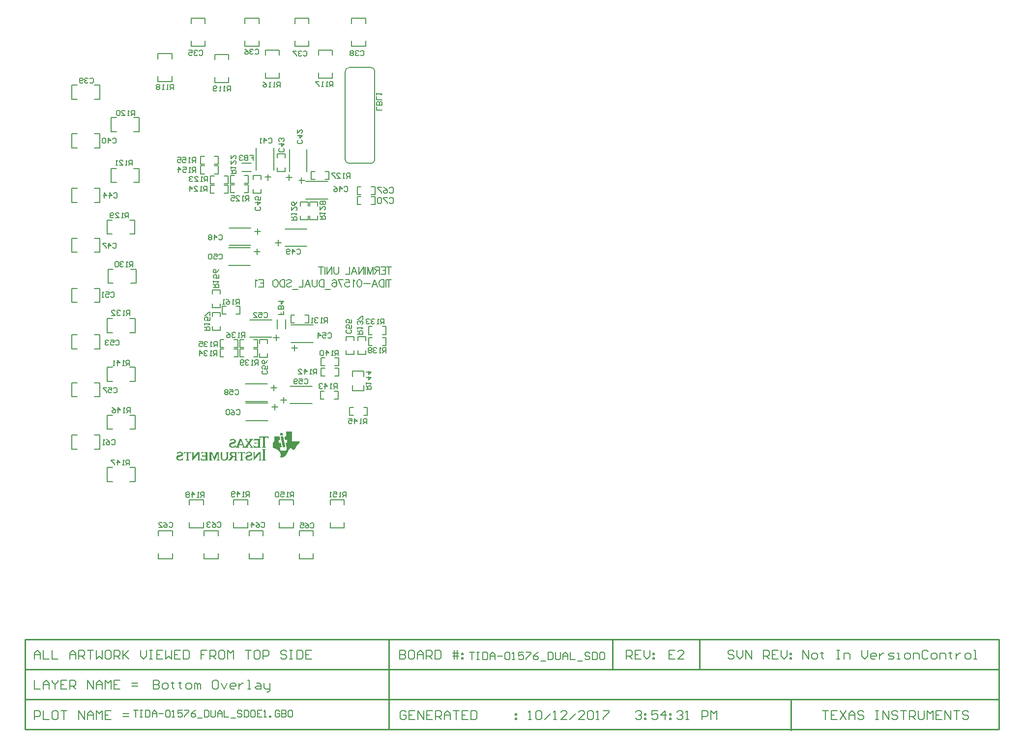
<source format=gbo>
G04 Layer_Color=32896*
%FSLAX25Y25*%
%MOIN*%
G70*
G01*
G75*
%ADD38C,0.01000*%
%ADD46C,0.00800*%
%ADD57C,0.00600*%
%ADD60C,0.00700*%
G36*
X94926Y74683D02*
X94708D01*
Y74611D01*
X94562D01*
Y74538D01*
X94490D01*
Y74465D01*
X94417D01*
Y74320D01*
X94344D01*
Y69813D01*
X94417D01*
Y69594D01*
X94490D01*
Y69522D01*
X94635D01*
Y69449D01*
X94780D01*
Y69376D01*
X94926D01*
Y69158D01*
X90200D01*
Y69304D01*
X90127D01*
Y69522D01*
X90055D01*
Y69667D01*
X89982D01*
Y69885D01*
X89909D01*
Y70031D01*
X89837D01*
Y70249D01*
X89764D01*
Y70394D01*
X89691D01*
Y70539D01*
X89764D01*
Y70612D01*
X89909D01*
Y70539D01*
X89982D01*
Y70467D01*
X90055D01*
Y70394D01*
X90127D01*
Y70321D01*
X90200D01*
Y70249D01*
X90273D01*
Y70176D01*
X90346D01*
Y70103D01*
X90491D01*
Y70031D01*
X90636D01*
Y69958D01*
X90927D01*
Y69885D01*
X93036D01*
Y70031D01*
X93108D01*
Y71848D01*
X91291D01*
Y71775D01*
X91073D01*
Y71703D01*
X91000D01*
Y71557D01*
X90927D01*
Y71412D01*
X90709D01*
Y73011D01*
X90927D01*
Y72866D01*
X91000D01*
Y72720D01*
X91073D01*
Y72648D01*
X91145D01*
Y72575D01*
X91364D01*
Y72502D01*
X93108D01*
Y74029D01*
X93036D01*
Y74174D01*
X92817D01*
Y74247D01*
X91291D01*
Y74174D01*
X91000D01*
Y74102D01*
X90782D01*
Y74029D01*
X90636D01*
Y73956D01*
X90564D01*
Y73884D01*
X90491D01*
Y73811D01*
X90418D01*
Y73738D01*
X90273D01*
Y73666D01*
X90200D01*
Y73593D01*
X90127D01*
Y73520D01*
X90055D01*
Y73593D01*
X89982D01*
Y73811D01*
X90055D01*
Y74029D01*
X90127D01*
Y74174D01*
X90200D01*
Y74393D01*
X90273D01*
Y74611D01*
X90346D01*
Y74756D01*
X90418D01*
Y74901D01*
X94926D01*
Y74683D01*
D02*
G37*
G36*
X130985D02*
X130840D01*
Y74611D01*
X130694D01*
Y74538D01*
X130622D01*
Y74465D01*
X130549D01*
Y74320D01*
X130476D01*
Y69740D01*
X130549D01*
Y69594D01*
X130622D01*
Y69522D01*
X130694D01*
Y69449D01*
X130912D01*
Y69376D01*
X130985D01*
Y69158D01*
X129095D01*
Y69376D01*
X129167D01*
Y69449D01*
X129313D01*
Y69522D01*
X129458D01*
Y69594D01*
X129531D01*
Y69667D01*
X129604D01*
Y69885D01*
X129676D01*
Y73448D01*
X129604D01*
Y73302D01*
X129531D01*
Y73229D01*
X129458D01*
Y73157D01*
X129385D01*
Y73084D01*
X129313D01*
Y73011D01*
X129240D01*
Y72939D01*
X129167D01*
Y72866D01*
X129095D01*
Y72793D01*
X129022D01*
Y72648D01*
X128949D01*
Y72575D01*
X128877D01*
Y72502D01*
X128804D01*
Y72430D01*
X128731D01*
Y72357D01*
X128658D01*
Y72284D01*
X128586D01*
Y72212D01*
X128513D01*
Y72066D01*
X128440D01*
Y71993D01*
X128368D01*
Y71921D01*
X128295D01*
Y71848D01*
X128222D01*
Y71775D01*
X128150D01*
Y71703D01*
X128077D01*
Y71630D01*
X128004D01*
Y71485D01*
X127931D01*
Y71412D01*
X127859D01*
Y71339D01*
X127786D01*
Y71267D01*
X127713D01*
Y71194D01*
X127641D01*
Y71121D01*
X127568D01*
Y71048D01*
X127495D01*
Y70903D01*
X127423D01*
Y70830D01*
X127350D01*
Y70758D01*
X127277D01*
Y70685D01*
X127205D01*
Y70612D01*
X127132D01*
Y70539D01*
X127059D01*
Y70467D01*
X126986D01*
Y70321D01*
X126914D01*
Y70249D01*
X126841D01*
Y70176D01*
X126768D01*
Y70103D01*
X126696D01*
Y70031D01*
X126623D01*
Y69958D01*
X126550D01*
Y69885D01*
X126478D01*
Y69740D01*
X126405D01*
Y69667D01*
X126332D01*
Y69594D01*
X126259D01*
Y69522D01*
X126187D01*
Y69449D01*
X126114D01*
Y69376D01*
X126041D01*
Y69304D01*
X125969D01*
Y69158D01*
X125896D01*
Y69086D01*
X125678D01*
Y74102D01*
X125605D01*
Y74393D01*
X125532D01*
Y74465D01*
X125460D01*
Y74538D01*
X125387D01*
Y74611D01*
X125314D01*
Y74683D01*
X125169D01*
Y74901D01*
X126914D01*
Y74683D01*
X126768D01*
Y74611D01*
X126623D01*
Y74538D01*
X126550D01*
Y74465D01*
X126478D01*
Y74247D01*
X126405D01*
Y71703D01*
X126550D01*
Y71848D01*
X126623D01*
Y71921D01*
X126696D01*
Y71993D01*
X126768D01*
Y72066D01*
X126841D01*
Y72139D01*
X126914D01*
Y72212D01*
X126986D01*
Y72284D01*
X127059D01*
Y72430D01*
X127132D01*
Y72502D01*
X127205D01*
Y72575D01*
X127277D01*
Y72648D01*
X127350D01*
Y72720D01*
X127423D01*
Y72793D01*
X127495D01*
Y72866D01*
X127568D01*
Y73011D01*
X127641D01*
Y73084D01*
X127713D01*
Y73157D01*
X127786D01*
Y73229D01*
X127859D01*
Y73302D01*
X127931D01*
Y73375D01*
X128004D01*
Y73448D01*
X128077D01*
Y73593D01*
X128150D01*
Y73666D01*
X128222D01*
Y73738D01*
X128295D01*
Y73811D01*
X128368D01*
Y73884D01*
X128440D01*
Y73956D01*
X128513D01*
Y74029D01*
X128586D01*
Y74102D01*
X128658D01*
Y74247D01*
X128731D01*
Y74320D01*
X128804D01*
Y74393D01*
X128877D01*
Y74465D01*
X128949D01*
Y74538D01*
X129022D01*
Y74611D01*
X129095D01*
Y74683D01*
X129167D01*
Y74829D01*
X129240D01*
Y74901D01*
X130985D01*
Y74683D01*
D02*
G37*
G36*
X119934D02*
X120007D01*
Y74465D01*
X120080D01*
Y74174D01*
X120153D01*
Y73956D01*
X120225D01*
Y73738D01*
X120298D01*
Y73520D01*
X120371D01*
Y73448D01*
X120298D01*
Y73375D01*
X120153D01*
Y73448D01*
X120080D01*
Y73520D01*
X120007D01*
Y73593D01*
X119934D01*
Y73666D01*
X119862D01*
Y73811D01*
X119789D01*
Y73884D01*
X119717D01*
Y73956D01*
X119571D01*
Y74029D01*
X119498D01*
Y74102D01*
X119353D01*
Y74174D01*
X119062D01*
Y74247D01*
X118408D01*
Y74174D01*
X118262D01*
Y69740D01*
X118335D01*
Y69594D01*
X118408D01*
Y69522D01*
X118553D01*
Y69449D01*
X118771D01*
Y69376D01*
X118844D01*
Y69158D01*
X116372D01*
Y69376D01*
X116518D01*
Y69449D01*
X116736D01*
Y69522D01*
X116881D01*
Y69594D01*
X116954D01*
Y69813D01*
X117026D01*
Y74102D01*
X116954D01*
Y74174D01*
X116881D01*
Y74247D01*
X116227D01*
Y74174D01*
X115936D01*
Y74102D01*
X115718D01*
Y74029D01*
X115645D01*
Y73956D01*
X115573D01*
Y73884D01*
X115500D01*
Y73811D01*
X115427D01*
Y73738D01*
X115354D01*
Y73666D01*
X115282D01*
Y73593D01*
X115209D01*
Y73520D01*
X115136D01*
Y73448D01*
X115064D01*
Y73375D01*
X114918D01*
Y73738D01*
X114991D01*
Y73956D01*
X115064D01*
Y74174D01*
X115136D01*
Y74393D01*
X115209D01*
Y74683D01*
X115282D01*
Y74901D01*
X119934D01*
Y74683D01*
D02*
G37*
G36*
X83221D02*
X83294D01*
Y74465D01*
X83366D01*
Y74247D01*
X83439D01*
Y74029D01*
X83512D01*
Y73738D01*
X83585D01*
Y73520D01*
X83657D01*
Y73448D01*
X83585D01*
Y73375D01*
X83439D01*
Y73448D01*
X83366D01*
Y73520D01*
X83294D01*
Y73593D01*
X83221D01*
Y73738D01*
X83148D01*
Y73811D01*
X83076D01*
Y73884D01*
X83003D01*
Y73956D01*
X82930D01*
Y74029D01*
X82785D01*
Y74102D01*
X82639D01*
Y74174D01*
X82349D01*
Y74247D01*
X81694D01*
Y74174D01*
X81622D01*
Y74102D01*
X81549D01*
Y69740D01*
X81622D01*
Y69594D01*
X81694D01*
Y69522D01*
X81840D01*
Y69449D01*
X82058D01*
Y69376D01*
X82131D01*
Y69158D01*
X79731D01*
Y69376D01*
X79804D01*
Y69449D01*
X80022D01*
Y69522D01*
X80168D01*
Y69594D01*
X80240D01*
Y69740D01*
X80313D01*
Y74102D01*
X80240D01*
Y74174D01*
X80168D01*
Y74247D01*
X79513D01*
Y74174D01*
X79223D01*
Y74102D01*
X79004D01*
Y74029D01*
X78932D01*
Y73956D01*
X78859D01*
Y73884D01*
X78786D01*
Y73811D01*
X78714D01*
Y73738D01*
X78641D01*
Y73666D01*
X78568D01*
Y73593D01*
X78496D01*
Y73520D01*
X78423D01*
Y73375D01*
X78205D01*
Y73666D01*
X78277D01*
Y73884D01*
X78350D01*
Y74174D01*
X78423D01*
Y74393D01*
X78496D01*
Y74611D01*
X78568D01*
Y74829D01*
X78641D01*
Y74901D01*
X83221D01*
Y74683D01*
D02*
G37*
G36*
X89546D02*
X89401D01*
Y74611D01*
X89255D01*
Y74538D01*
X89182D01*
Y74465D01*
X89110D01*
Y74320D01*
X89037D01*
Y74029D01*
X88964D01*
Y70103D01*
X89037D01*
Y69740D01*
X89110D01*
Y69594D01*
X89182D01*
Y69522D01*
X89255D01*
Y69449D01*
X89473D01*
Y69376D01*
X89546D01*
Y69158D01*
X87656D01*
Y69376D01*
X87728D01*
Y69449D01*
X87874D01*
Y69522D01*
X88019D01*
Y69594D01*
X88092D01*
Y69667D01*
X88165D01*
Y69885D01*
X88237D01*
Y73448D01*
X88165D01*
Y73375D01*
X88092D01*
Y73229D01*
X88019D01*
Y73157D01*
X87947D01*
Y73084D01*
X87874D01*
Y73011D01*
X87801D01*
Y72939D01*
X87728D01*
Y72866D01*
X87656D01*
Y72793D01*
X87583D01*
Y72648D01*
X87510D01*
Y72575D01*
X87438D01*
Y72502D01*
X87365D01*
Y72430D01*
X87292D01*
Y72357D01*
X87220D01*
Y72284D01*
X87147D01*
Y72212D01*
X87074D01*
Y72066D01*
X87001D01*
Y71993D01*
X86929D01*
Y71921D01*
X86856D01*
Y71848D01*
X86783D01*
Y71775D01*
X86711D01*
Y71703D01*
X86638D01*
Y71630D01*
X86565D01*
Y71485D01*
X86493D01*
Y71412D01*
X86420D01*
Y71339D01*
X86347D01*
Y71267D01*
X86274D01*
Y71194D01*
X86202D01*
Y71121D01*
X86129D01*
Y71048D01*
X86056D01*
Y70903D01*
X85984D01*
Y70830D01*
X85911D01*
Y70758D01*
X85838D01*
Y70685D01*
X85765D01*
Y70612D01*
X85693D01*
Y70539D01*
X85620D01*
Y70467D01*
X85548D01*
Y70321D01*
X85475D01*
Y70249D01*
X85402D01*
Y70176D01*
X85329D01*
Y70103D01*
X85257D01*
Y70031D01*
X85184D01*
Y69958D01*
X85111D01*
Y69885D01*
X85039D01*
Y69740D01*
X84966D01*
Y69667D01*
X84893D01*
Y69594D01*
X84820D01*
Y69522D01*
X84748D01*
Y69449D01*
X84675D01*
Y69376D01*
X84602D01*
Y69304D01*
X84530D01*
Y69158D01*
X84457D01*
Y69086D01*
X84239D01*
Y74029D01*
X84166D01*
Y74393D01*
X84093D01*
Y74465D01*
X84021D01*
Y74538D01*
X83948D01*
Y74611D01*
X83875D01*
Y74683D01*
X83730D01*
Y74901D01*
X85475D01*
Y74683D01*
X85329D01*
Y74611D01*
X85184D01*
Y74538D01*
X85111D01*
Y74465D01*
X85039D01*
Y74320D01*
X84966D01*
Y71630D01*
X85039D01*
Y71703D01*
X85111D01*
Y71848D01*
X85184D01*
Y71921D01*
X85257D01*
Y71993D01*
X85329D01*
Y72066D01*
X85402D01*
Y72139D01*
X85475D01*
Y72212D01*
X85548D01*
Y72284D01*
X85620D01*
Y72430D01*
X85693D01*
Y72502D01*
X85765D01*
Y72575D01*
X85838D01*
Y72648D01*
X85911D01*
Y72720D01*
X85984D01*
Y72793D01*
X86056D01*
Y72866D01*
X86129D01*
Y73011D01*
X86202D01*
Y73084D01*
X86274D01*
Y73157D01*
X86347D01*
Y73229D01*
X86420D01*
Y73302D01*
X86493D01*
Y73375D01*
X86565D01*
Y73448D01*
X86638D01*
Y73593D01*
X86711D01*
Y73666D01*
X86783D01*
Y73738D01*
X86856D01*
Y73811D01*
X86929D01*
Y73884D01*
X87001D01*
Y73956D01*
X87074D01*
Y74029D01*
X87147D01*
Y74174D01*
X87220D01*
Y74247D01*
X87292D01*
Y74320D01*
X87365D01*
Y74393D01*
X87438D01*
Y74465D01*
X87510D01*
Y74538D01*
X87583D01*
Y74611D01*
X87656D01*
Y74756D01*
X87728D01*
Y74829D01*
X87801D01*
Y74901D01*
X89546D01*
Y74683D01*
D02*
G37*
G36*
X134038Y76501D02*
X133966D01*
Y76428D01*
X133748D01*
Y76355D01*
X133675D01*
Y76283D01*
X133529D01*
Y76137D01*
X133457D01*
Y75919D01*
X133384D01*
Y69958D01*
X133457D01*
Y69740D01*
X133529D01*
Y69594D01*
X133602D01*
Y69522D01*
X133748D01*
Y69449D01*
X133966D01*
Y69376D01*
X134038D01*
Y69158D01*
X131421D01*
Y69376D01*
X131494D01*
Y69449D01*
X131712D01*
Y69522D01*
X131857D01*
Y69594D01*
X131930D01*
Y69667D01*
X132003D01*
Y69885D01*
X132076D01*
Y75992D01*
X132003D01*
Y76210D01*
X131930D01*
Y76283D01*
X131857D01*
Y76355D01*
X131712D01*
Y76428D01*
X131494D01*
Y76501D01*
X131421D01*
Y76646D01*
X134038D01*
Y76501D01*
D02*
G37*
G36*
X114773Y74683D02*
X114627D01*
Y74611D01*
X114482D01*
Y74538D01*
X114409D01*
Y74465D01*
X114337D01*
Y74393D01*
X114264D01*
Y69740D01*
X114337D01*
Y69594D01*
X114409D01*
Y69522D01*
X114482D01*
Y69449D01*
X114700D01*
Y69376D01*
X114773D01*
Y69158D01*
X112374D01*
Y69376D01*
X112446D01*
Y69449D01*
X112665D01*
Y69522D01*
X112810D01*
Y69594D01*
X112883D01*
Y69813D01*
X112955D01*
Y71557D01*
X112083D01*
Y71485D01*
X111865D01*
Y71412D01*
X111792D01*
Y71339D01*
X111720D01*
Y71267D01*
X111647D01*
Y71194D01*
X111574D01*
Y71121D01*
X111501D01*
Y70976D01*
X111429D01*
Y70830D01*
X111356D01*
Y70685D01*
X111283D01*
Y70539D01*
X111211D01*
Y70394D01*
X111138D01*
Y70249D01*
X111065D01*
Y70103D01*
X110993D01*
Y69958D01*
X110920D01*
Y69885D01*
X110847D01*
Y69740D01*
X110774D01*
Y69667D01*
X110702D01*
Y69594D01*
X110629D01*
Y69522D01*
X110556D01*
Y69449D01*
X110484D01*
Y69376D01*
X110338D01*
Y69304D01*
X110193D01*
Y69231D01*
X110047D01*
Y69158D01*
X109757D01*
Y69086D01*
X108884D01*
Y69158D01*
X108666D01*
Y69231D01*
X108521D01*
Y69449D01*
X108666D01*
Y69522D01*
X108884D01*
Y69594D01*
X109029D01*
Y69667D01*
X109102D01*
Y69740D01*
X109175D01*
Y69813D01*
X109248D01*
Y69885D01*
X109320D01*
Y69958D01*
X109393D01*
Y70031D01*
X109466D01*
Y70176D01*
X109538D01*
Y70249D01*
X109611D01*
Y70394D01*
X109684D01*
Y70539D01*
X109757D01*
Y70612D01*
X109829D01*
Y70758D01*
X109902D01*
Y70903D01*
X109975D01*
Y70976D01*
X110047D01*
Y71121D01*
X110120D01*
Y71194D01*
X110193D01*
Y71267D01*
X110266D01*
Y71339D01*
X110338D01*
Y71412D01*
X110411D01*
Y71485D01*
X110484D01*
Y71557D01*
X110556D01*
Y71630D01*
X110702D01*
Y71703D01*
X110847D01*
Y71775D01*
X110993D01*
Y71848D01*
X110702D01*
Y71921D01*
X110484D01*
Y71993D01*
X110338D01*
Y72066D01*
X110193D01*
Y72139D01*
X110120D01*
Y72212D01*
X109975D01*
Y72284D01*
X109902D01*
Y72357D01*
X109829D01*
Y72430D01*
X109757D01*
Y72575D01*
X109684D01*
Y72720D01*
X109611D01*
Y72939D01*
X109538D01*
Y73738D01*
X109611D01*
Y73956D01*
X109684D01*
Y74102D01*
X109757D01*
Y74247D01*
X109829D01*
Y74320D01*
X109902D01*
Y74393D01*
X109975D01*
Y74465D01*
X110120D01*
Y74538D01*
X110193D01*
Y74611D01*
X110338D01*
Y74683D01*
X110484D01*
Y74756D01*
X110774D01*
Y74829D01*
X111138D01*
Y74901D01*
X114773D01*
Y74683D01*
D02*
G37*
G36*
X102632D02*
X102487D01*
Y74611D01*
X102341D01*
Y74538D01*
X102268D01*
Y74465D01*
X102196D01*
Y74393D01*
X102123D01*
Y69813D01*
X102196D01*
Y69667D01*
X102268D01*
Y69594D01*
X102341D01*
Y69522D01*
X102414D01*
Y69449D01*
X102632D01*
Y69158D01*
X100814D01*
Y69376D01*
X100887D01*
Y69449D01*
X101105D01*
Y69522D01*
X101178D01*
Y69594D01*
X101251D01*
Y69667D01*
X101323D01*
Y69885D01*
X101396D01*
Y73593D01*
X101323D01*
Y73448D01*
X101251D01*
Y73302D01*
X101178D01*
Y73157D01*
X101105D01*
Y73011D01*
X101033D01*
Y72793D01*
X100960D01*
Y72648D01*
X100887D01*
Y72502D01*
X100814D01*
Y72357D01*
X100742D01*
Y72212D01*
X100669D01*
Y71993D01*
X100596D01*
Y71848D01*
X100524D01*
Y71703D01*
X100451D01*
Y71557D01*
X100378D01*
Y71339D01*
X100306D01*
Y71194D01*
X100233D01*
Y71048D01*
X100160D01*
Y70903D01*
X100087D01*
Y70685D01*
X100015D01*
Y70539D01*
X99942D01*
Y70394D01*
X99869D01*
Y70249D01*
X99797D01*
Y70031D01*
X99724D01*
Y69885D01*
X99651D01*
Y69740D01*
X99578D01*
Y69594D01*
X99506D01*
Y69376D01*
X99433D01*
Y69231D01*
X99361D01*
Y69086D01*
X99142D01*
Y69231D01*
X99070D01*
Y69376D01*
X98997D01*
Y69522D01*
X98924D01*
Y69740D01*
X98852D01*
Y69885D01*
X98779D01*
Y70031D01*
X98706D01*
Y70249D01*
X98633D01*
Y70394D01*
X98561D01*
Y70539D01*
X98488D01*
Y70685D01*
X98415D01*
Y70903D01*
X98343D01*
Y71048D01*
X98270D01*
Y71194D01*
X98197D01*
Y71412D01*
X98124D01*
Y71557D01*
X98052D01*
Y71703D01*
X97979D01*
Y71921D01*
X97906D01*
Y72066D01*
X97834D01*
Y72212D01*
X97761D01*
Y72357D01*
X97688D01*
Y72575D01*
X97616D01*
Y72720D01*
X97543D01*
Y72866D01*
X97470D01*
Y73084D01*
X97398D01*
Y73229D01*
X97325D01*
Y73375D01*
X97252D01*
Y73593D01*
X97179D01*
Y69740D01*
X97252D01*
Y69594D01*
X97325D01*
Y69522D01*
X97470D01*
Y69449D01*
X97616D01*
Y69376D01*
X97688D01*
Y69158D01*
X95362D01*
Y69376D01*
X95435D01*
Y69449D01*
X95653D01*
Y69522D01*
X95726D01*
Y69594D01*
X95798D01*
Y69740D01*
X95871D01*
Y74393D01*
X95798D01*
Y74465D01*
X95726D01*
Y74538D01*
X95653D01*
Y74611D01*
X95507D01*
Y74683D01*
X95362D01*
Y74901D01*
X97398D01*
Y74756D01*
X97470D01*
Y74611D01*
X97543D01*
Y74393D01*
X97616D01*
Y74247D01*
X97688D01*
Y74102D01*
X97761D01*
Y73884D01*
X97834D01*
Y73738D01*
X97906D01*
Y73593D01*
X97979D01*
Y73375D01*
X98052D01*
Y73229D01*
X98124D01*
Y73084D01*
X98197D01*
Y72866D01*
X98270D01*
Y72720D01*
X98343D01*
Y72575D01*
X98415D01*
Y72357D01*
X98488D01*
Y72212D01*
X98561D01*
Y72066D01*
X98633D01*
Y71848D01*
X98706D01*
Y71703D01*
X98779D01*
Y71557D01*
X98852D01*
Y71339D01*
X98924D01*
Y71267D01*
X98997D01*
Y71412D01*
X99070D01*
Y71557D01*
X99142D01*
Y71703D01*
X99215D01*
Y71921D01*
X99288D01*
Y72066D01*
X99361D01*
Y72212D01*
X99433D01*
Y72357D01*
X99506D01*
Y72575D01*
X99578D01*
Y72720D01*
X99651D01*
Y72866D01*
X99724D01*
Y73011D01*
X99797D01*
Y73229D01*
X99869D01*
Y73375D01*
X99942D01*
Y73520D01*
X100015D01*
Y73666D01*
X100087D01*
Y73884D01*
X100160D01*
Y74029D01*
X100233D01*
Y74174D01*
X100306D01*
Y74320D01*
X100378D01*
Y74538D01*
X100451D01*
Y74683D01*
X100524D01*
Y74829D01*
X100596D01*
Y74901D01*
X102632D01*
Y74683D01*
D02*
G37*
G36*
X109029D02*
X108811D01*
Y74611D01*
X108666D01*
Y74538D01*
X108593D01*
Y74393D01*
X108521D01*
Y74174D01*
X108448D01*
Y70467D01*
X108375D01*
Y70249D01*
X108302D01*
Y70103D01*
X108230D01*
Y70031D01*
X108157D01*
Y69885D01*
X108084D01*
Y69813D01*
X108012D01*
Y69740D01*
X107939D01*
Y69667D01*
X107866D01*
Y69594D01*
X107721D01*
Y69522D01*
X107648D01*
Y69449D01*
X107503D01*
Y69376D01*
X107357D01*
Y69304D01*
X107139D01*
Y69231D01*
X106921D01*
Y69158D01*
X106485D01*
Y69086D01*
X105322D01*
Y69158D01*
X104886D01*
Y69231D01*
X104668D01*
Y69304D01*
X104449D01*
Y69376D01*
X104304D01*
Y69449D01*
X104231D01*
Y69522D01*
X104086D01*
Y69594D01*
X104013D01*
Y69667D01*
X103941D01*
Y69813D01*
X103868D01*
Y69885D01*
X103795D01*
Y70031D01*
X103723D01*
Y70176D01*
X103650D01*
Y70321D01*
X103577D01*
Y70685D01*
X103504D01*
Y74320D01*
X103432D01*
Y74465D01*
X103359D01*
Y74538D01*
X103286D01*
Y74611D01*
X103214D01*
Y74683D01*
X102996D01*
Y74901D01*
X104886D01*
Y74683D01*
X104668D01*
Y74611D01*
X104522D01*
Y74538D01*
X104449D01*
Y74393D01*
X104377D01*
Y74174D01*
X104304D01*
Y70830D01*
X104377D01*
Y70539D01*
X104449D01*
Y70321D01*
X104522D01*
Y70249D01*
X104595D01*
Y70176D01*
X104668D01*
Y70103D01*
X104740D01*
Y70031D01*
X104813D01*
Y69958D01*
X104958D01*
Y69885D01*
X105249D01*
Y69813D01*
X106267D01*
Y69885D01*
X106558D01*
Y69958D01*
X106703D01*
Y70031D01*
X106849D01*
Y70103D01*
X106921D01*
Y70176D01*
X106994D01*
Y70249D01*
X107067D01*
Y70394D01*
X107139D01*
Y70612D01*
X107212D01*
Y70976D01*
X107285D01*
Y74102D01*
X107212D01*
Y74393D01*
X107139D01*
Y74538D01*
X107067D01*
Y74611D01*
X106921D01*
Y74683D01*
X106703D01*
Y74901D01*
X109029D01*
Y74683D01*
D02*
G37*
G36*
X76460Y74901D02*
X76751D01*
Y74829D01*
X76896D01*
Y74756D01*
X77042D01*
Y74683D01*
X77187D01*
Y74611D01*
X77260D01*
Y74538D01*
X77405D01*
Y74465D01*
X77478D01*
Y74320D01*
X77551D01*
Y74247D01*
X77623D01*
Y74174D01*
X77696D01*
Y74029D01*
X77769D01*
Y73811D01*
X77841D01*
Y72793D01*
X77769D01*
Y72575D01*
X77696D01*
Y72502D01*
X77623D01*
Y72357D01*
X77551D01*
Y72284D01*
X77478D01*
Y72212D01*
X77405D01*
Y72139D01*
X77260D01*
Y72066D01*
X77187D01*
Y71993D01*
X77042D01*
Y71921D01*
X76896D01*
Y71848D01*
X76751D01*
Y71775D01*
X76460D01*
Y71703D01*
X76169D01*
Y71630D01*
X75878D01*
Y71557D01*
X75515D01*
Y71485D01*
X75224D01*
Y71412D01*
X75006D01*
Y71339D01*
X74788D01*
Y71267D01*
X74715D01*
Y71194D01*
X74570D01*
Y71048D01*
X74497D01*
Y70976D01*
X74424D01*
Y70394D01*
X74497D01*
Y70249D01*
X74570D01*
Y70176D01*
X74642D01*
Y70103D01*
X74715D01*
Y70031D01*
X74788D01*
Y69958D01*
X75006D01*
Y69885D01*
X75224D01*
Y69813D01*
X76024D01*
Y69885D01*
X76315D01*
Y69958D01*
X76533D01*
Y70031D01*
X76751D01*
Y70103D01*
X76896D01*
Y70176D01*
X76969D01*
Y70249D01*
X77114D01*
Y70321D01*
X77187D01*
Y70394D01*
X77260D01*
Y70467D01*
X77405D01*
Y70539D01*
X77478D01*
Y70612D01*
X77551D01*
Y70685D01*
X77623D01*
Y70758D01*
X77696D01*
Y70830D01*
X77769D01*
Y70903D01*
X77841D01*
Y70976D01*
X77987D01*
Y70612D01*
X77914D01*
Y70321D01*
X77841D01*
Y70031D01*
X77769D01*
Y69813D01*
X77696D01*
Y69522D01*
X77623D01*
Y69231D01*
X77551D01*
Y69158D01*
X77260D01*
Y69376D01*
X77187D01*
Y69449D01*
X76969D01*
Y69376D01*
X76824D01*
Y69304D01*
X76678D01*
Y69231D01*
X76460D01*
Y69158D01*
X76096D01*
Y69086D01*
X75079D01*
Y69158D01*
X74715D01*
Y69231D01*
X74497D01*
Y69304D01*
X74279D01*
Y69376D01*
X74134D01*
Y69449D01*
X74061D01*
Y69522D01*
X73915D01*
Y69594D01*
X73843D01*
Y69667D01*
X73770D01*
Y69740D01*
X73697D01*
Y69813D01*
X73625D01*
Y69885D01*
X73552D01*
Y70031D01*
X73479D01*
Y70176D01*
X73407D01*
Y70321D01*
X73334D01*
Y70758D01*
X73261D01*
Y71048D01*
X73334D01*
Y71557D01*
X73407D01*
Y71703D01*
X73479D01*
Y71848D01*
X73552D01*
Y71921D01*
X73625D01*
Y71993D01*
X73697D01*
Y72066D01*
X73770D01*
Y72139D01*
X73843D01*
Y72212D01*
X73915D01*
Y72284D01*
X74061D01*
Y72357D01*
X74206D01*
Y72430D01*
X74352D01*
Y72502D01*
X74570D01*
Y72575D01*
X74788D01*
Y72648D01*
X75079D01*
Y72720D01*
X75442D01*
Y72793D01*
X75733D01*
Y72866D01*
X76096D01*
Y72939D01*
X76315D01*
Y73011D01*
X76533D01*
Y73084D01*
X76605D01*
Y73157D01*
X76678D01*
Y73229D01*
X76751D01*
Y73302D01*
X76824D01*
Y73811D01*
X76751D01*
Y73956D01*
X76678D01*
Y74029D01*
X76605D01*
Y74102D01*
X76460D01*
Y74174D01*
X76242D01*
Y74247D01*
X75297D01*
Y74174D01*
X75006D01*
Y74102D01*
X74861D01*
Y74029D01*
X74642D01*
Y73956D01*
X74570D01*
Y73884D01*
X74424D01*
Y73811D01*
X74352D01*
Y73738D01*
X74206D01*
Y73666D01*
X74134D01*
Y73593D01*
X74061D01*
Y73520D01*
X73988D01*
Y73448D01*
X73915D01*
Y73375D01*
X73697D01*
Y73666D01*
X73770D01*
Y73884D01*
X73843D01*
Y74174D01*
X73915D01*
Y74393D01*
X73988D01*
Y74683D01*
X74061D01*
Y74901D01*
X74352D01*
Y74829D01*
X74424D01*
Y74683D01*
X74642D01*
Y74756D01*
X74788D01*
Y74829D01*
X74933D01*
Y74901D01*
X75224D01*
Y74974D01*
X76460D01*
Y74901D01*
D02*
G37*
G36*
X130622Y83407D02*
X130476D01*
Y83335D01*
X130258D01*
Y83262D01*
X130185D01*
Y83189D01*
X130113D01*
Y83044D01*
X130040D01*
Y78464D01*
X130113D01*
Y78318D01*
X130185D01*
Y78246D01*
X130258D01*
Y78173D01*
X130403D01*
Y78100D01*
X130622D01*
Y77882D01*
X125896D01*
Y78028D01*
X125823D01*
Y78173D01*
X125751D01*
Y78391D01*
X125678D01*
Y78536D01*
X125605D01*
Y78755D01*
X125532D01*
Y78900D01*
X125460D01*
Y79118D01*
X125387D01*
Y79264D01*
X125460D01*
Y79336D01*
X125532D01*
Y79264D01*
X125605D01*
Y79191D01*
X125678D01*
Y79118D01*
X125751D01*
Y79045D01*
X125823D01*
Y78973D01*
X125896D01*
Y78900D01*
X126041D01*
Y78827D01*
X126114D01*
Y78755D01*
X126259D01*
Y78682D01*
X126478D01*
Y78609D01*
X126986D01*
Y78536D01*
X128513D01*
Y78609D01*
X128731D01*
Y78755D01*
X128804D01*
Y80572D01*
X127059D01*
Y80499D01*
X126841D01*
Y80427D01*
X126768D01*
Y80354D01*
X126696D01*
Y80281D01*
X126623D01*
Y80063D01*
X126405D01*
Y81663D01*
X126623D01*
Y81517D01*
X126696D01*
Y81372D01*
X126768D01*
Y81299D01*
X126914D01*
Y81226D01*
X128804D01*
Y82753D01*
X128731D01*
Y82826D01*
X128658D01*
Y82898D01*
X126768D01*
Y82826D01*
X126550D01*
Y82753D01*
X126405D01*
Y82680D01*
X126259D01*
Y82608D01*
X126187D01*
Y82535D01*
X126114D01*
Y82462D01*
X126041D01*
Y82390D01*
X125969D01*
Y82317D01*
X125896D01*
Y82244D01*
X125678D01*
Y82535D01*
X125751D01*
Y82680D01*
X125823D01*
Y82898D01*
X125896D01*
Y83117D01*
X125969D01*
Y83335D01*
X126041D01*
Y83480D01*
X126114D01*
Y83626D01*
X130622D01*
Y83407D01*
D02*
G37*
G36*
X135783Y85225D02*
X135856D01*
Y85007D01*
X135928D01*
Y84789D01*
X136001D01*
Y84571D01*
X136074D01*
Y84352D01*
X136147D01*
Y84207D01*
X136219D01*
Y83989D01*
X136147D01*
Y83916D01*
X136074D01*
Y83989D01*
X136001D01*
Y84062D01*
X135928D01*
Y84134D01*
X135856D01*
Y84207D01*
X135783D01*
Y84280D01*
X135638D01*
Y84352D01*
X135565D01*
Y84425D01*
X135347D01*
Y84498D01*
X135056D01*
Y84571D01*
X133602D01*
Y84498D01*
X133457D01*
Y84280D01*
X133384D01*
Y78682D01*
X133457D01*
Y78391D01*
X133529D01*
Y78318D01*
X133602D01*
Y78246D01*
X133675D01*
Y78173D01*
X133820D01*
Y78100D01*
X133966D01*
Y77882D01*
X131494D01*
Y78100D01*
X131639D01*
Y78173D01*
X131785D01*
Y78246D01*
X131857D01*
Y78318D01*
X131930D01*
Y78391D01*
X132003D01*
Y78609D01*
X132076D01*
Y84352D01*
X132003D01*
Y84498D01*
X131930D01*
Y84571D01*
X130403D01*
Y84498D01*
X130113D01*
Y84425D01*
X129894D01*
Y84352D01*
X129822D01*
Y84280D01*
X129676D01*
Y84207D01*
X129604D01*
Y84134D01*
X129531D01*
Y84062D01*
X129458D01*
Y83916D01*
X129313D01*
Y83989D01*
X129240D01*
Y84062D01*
X129313D01*
Y84280D01*
X129385D01*
Y84498D01*
X129458D01*
Y84716D01*
X129531D01*
Y84934D01*
X129604D01*
Y85152D01*
X129676D01*
Y85370D01*
X135783D01*
Y85225D01*
D02*
G37*
G36*
X112156Y83626D02*
X112519D01*
Y83553D01*
X112737D01*
Y83480D01*
X112883D01*
Y83407D01*
X113028D01*
Y83335D01*
X113101D01*
Y83262D01*
X113173D01*
Y83189D01*
X113246D01*
Y83117D01*
X113319D01*
Y83044D01*
X113392D01*
Y82971D01*
X113464D01*
Y82898D01*
X113537D01*
Y82753D01*
X113610D01*
Y82608D01*
X113682D01*
Y82317D01*
X113755D01*
Y81735D01*
X113682D01*
Y81445D01*
X113610D01*
Y81299D01*
X113537D01*
Y81154D01*
X113464D01*
Y81081D01*
X113392D01*
Y80936D01*
X113246D01*
Y80863D01*
X113173D01*
Y80790D01*
X113101D01*
Y80717D01*
X112955D01*
Y80645D01*
X112810D01*
Y80572D01*
X112665D01*
Y80499D01*
X112446D01*
Y80427D01*
X112156D01*
Y80354D01*
X111865D01*
Y80281D01*
X111501D01*
Y80209D01*
X111211D01*
Y80136D01*
X110920D01*
Y80063D01*
X110702D01*
Y79991D01*
X110556D01*
Y79918D01*
X110484D01*
Y79845D01*
X110411D01*
Y79772D01*
X110338D01*
Y79554D01*
X110266D01*
Y79191D01*
X110338D01*
Y78973D01*
X110411D01*
Y78900D01*
X110484D01*
Y78827D01*
X110556D01*
Y78755D01*
X110629D01*
Y78682D01*
X110774D01*
Y78609D01*
X110993D01*
Y78536D01*
X112010D01*
Y78609D01*
X112301D01*
Y78682D01*
X112446D01*
Y78755D01*
X112665D01*
Y78827D01*
X112737D01*
Y78900D01*
X112883D01*
Y78973D01*
X113028D01*
Y79045D01*
X113101D01*
Y79118D01*
X113173D01*
Y79191D01*
X113246D01*
Y79264D01*
X113319D01*
Y79336D01*
X113392D01*
Y79409D01*
X113464D01*
Y79482D01*
X113537D01*
Y79554D01*
X113610D01*
Y79627D01*
X113682D01*
Y79700D01*
X113828D01*
Y79627D01*
X113900D01*
Y79482D01*
X113828D01*
Y79264D01*
X113755D01*
Y78973D01*
X113682D01*
Y78682D01*
X113610D01*
Y78391D01*
X113537D01*
Y78173D01*
X113464D01*
Y77882D01*
X113101D01*
Y78100D01*
X113028D01*
Y78173D01*
X112883D01*
Y78100D01*
X112737D01*
Y78028D01*
X112592D01*
Y77955D01*
X112374D01*
Y77882D01*
X112083D01*
Y77810D01*
X110774D01*
Y77882D01*
X110484D01*
Y77955D01*
X110266D01*
Y78028D01*
X110120D01*
Y78100D01*
X109975D01*
Y78173D01*
X109829D01*
Y78246D01*
X109757D01*
Y78318D01*
X109684D01*
Y78391D01*
X109611D01*
Y78464D01*
X109538D01*
Y78536D01*
X109466D01*
Y78609D01*
X109393D01*
Y78755D01*
X109320D01*
Y78900D01*
X109248D01*
Y79118D01*
X109175D01*
Y80136D01*
X109248D01*
Y80354D01*
X109320D01*
Y80499D01*
X109393D01*
Y80645D01*
X109466D01*
Y80717D01*
X109538D01*
Y80790D01*
X109611D01*
Y80863D01*
X109684D01*
Y80936D01*
X109829D01*
Y81008D01*
X109975D01*
Y81081D01*
X110120D01*
Y81154D01*
X110266D01*
Y81226D01*
X110484D01*
Y81299D01*
X110774D01*
Y81372D01*
X111065D01*
Y81445D01*
X111429D01*
Y81517D01*
X111720D01*
Y81590D01*
X112010D01*
Y81663D01*
X112228D01*
Y81735D01*
X112446D01*
Y81808D01*
X112519D01*
Y81881D01*
X112592D01*
Y81953D01*
X112665D01*
Y82535D01*
X112592D01*
Y82680D01*
X112519D01*
Y82753D01*
X112374D01*
Y82826D01*
X112228D01*
Y82898D01*
X111938D01*
Y82971D01*
X111283D01*
Y82898D01*
X110993D01*
Y82826D01*
X110774D01*
Y82753D01*
X110556D01*
Y82680D01*
X110411D01*
Y82608D01*
X110338D01*
Y82535D01*
X110193D01*
Y82462D01*
X110120D01*
Y82390D01*
X110047D01*
Y82317D01*
X109975D01*
Y82244D01*
X109902D01*
Y82171D01*
X109829D01*
Y82099D01*
X109757D01*
Y82026D01*
X109611D01*
Y82099D01*
X109538D01*
Y82244D01*
X109611D01*
Y82535D01*
X109684D01*
Y82753D01*
X109757D01*
Y83044D01*
X109829D01*
Y83262D01*
X109902D01*
Y83553D01*
X109975D01*
Y83626D01*
X110266D01*
Y83407D01*
X110338D01*
Y83335D01*
X110411D01*
Y83407D01*
X110556D01*
Y83480D01*
X110702D01*
Y83553D01*
X110920D01*
Y83626D01*
X111211D01*
Y83698D01*
X112156D01*
Y83626D01*
D02*
G37*
G36*
X125460Y83407D02*
X125314D01*
Y83335D01*
X125169D01*
Y83262D01*
X125024D01*
Y83189D01*
X124951D01*
Y83117D01*
X124878D01*
Y83044D01*
X124805D01*
Y82971D01*
X124733D01*
Y82898D01*
X124660D01*
Y82826D01*
X124587D01*
Y82680D01*
X124515D01*
Y82608D01*
X124442D01*
Y82462D01*
X124369D01*
Y82390D01*
X124297D01*
Y82317D01*
X124224D01*
Y82171D01*
X124151D01*
Y82099D01*
X124078D01*
Y81953D01*
X124006D01*
Y81881D01*
X123933D01*
Y81808D01*
X123860D01*
Y81663D01*
X123788D01*
Y81590D01*
X123715D01*
Y81445D01*
X123642D01*
Y81372D01*
X123570D01*
Y81226D01*
X123497D01*
Y81154D01*
X123424D01*
Y81081D01*
X123351D01*
Y80936D01*
X123279D01*
Y80863D01*
X123206D01*
Y80645D01*
X123279D01*
Y80499D01*
X123351D01*
Y80427D01*
X123424D01*
Y80354D01*
X123497D01*
Y80209D01*
X123570D01*
Y80136D01*
X123642D01*
Y79991D01*
X123715D01*
Y79918D01*
X123788D01*
Y79772D01*
X123860D01*
Y79700D01*
X123933D01*
Y79627D01*
X124006D01*
Y79482D01*
X124078D01*
Y79409D01*
X124151D01*
Y79264D01*
X124224D01*
Y79191D01*
X124297D01*
Y79118D01*
X124369D01*
Y78973D01*
X124442D01*
Y78900D01*
X124515D01*
Y78755D01*
X124587D01*
Y78682D01*
X124660D01*
Y78609D01*
X124733D01*
Y78536D01*
X124805D01*
Y78464D01*
X124878D01*
Y78391D01*
X124951D01*
Y78318D01*
X125024D01*
Y78246D01*
X125169D01*
Y78173D01*
X125387D01*
Y78100D01*
X125532D01*
Y77882D01*
X123351D01*
Y78100D01*
X123570D01*
Y78173D01*
X123715D01*
Y78246D01*
X123788D01*
Y78609D01*
X123715D01*
Y78755D01*
X123642D01*
Y78827D01*
X123570D01*
Y78973D01*
X123497D01*
Y79118D01*
X123424D01*
Y79191D01*
X123351D01*
Y79336D01*
X123279D01*
Y79409D01*
X123206D01*
Y79554D01*
X123133D01*
Y79627D01*
X123061D01*
Y79772D01*
X122988D01*
Y79845D01*
X122915D01*
Y79991D01*
X122843D01*
Y80136D01*
X122770D01*
Y80209D01*
X122697D01*
Y80063D01*
X122625D01*
Y79991D01*
X122552D01*
Y79845D01*
X122479D01*
Y79772D01*
X122406D01*
Y79700D01*
X122334D01*
Y79554D01*
X122261D01*
Y79482D01*
X122188D01*
Y79336D01*
X122116D01*
Y79264D01*
X122043D01*
Y79118D01*
X121970D01*
Y79045D01*
X121897D01*
Y78900D01*
X121825D01*
Y78827D01*
X121752D01*
Y78755D01*
X121679D01*
Y78609D01*
X121607D01*
Y78318D01*
X121679D01*
Y78246D01*
X121752D01*
Y78173D01*
X121897D01*
Y78100D01*
X122116D01*
Y77882D01*
X118190D01*
Y78100D01*
X118408D01*
Y78173D01*
X118553D01*
Y78246D01*
X118626D01*
Y78682D01*
X118553D01*
Y78900D01*
X118481D01*
Y79118D01*
X118408D01*
Y79264D01*
X118335D01*
Y79482D01*
X115936D01*
Y79264D01*
X115863D01*
Y79045D01*
X115791D01*
Y78900D01*
X115718D01*
Y78682D01*
X115645D01*
Y78318D01*
X115718D01*
Y78246D01*
X115791D01*
Y78173D01*
X115863D01*
Y78100D01*
X116081D01*
Y77882D01*
X113682D01*
Y78100D01*
X113755D01*
Y78173D01*
X113900D01*
Y78246D01*
X113973D01*
Y78318D01*
X114046D01*
Y78391D01*
X114119D01*
Y78464D01*
X114191D01*
Y78536D01*
X114264D01*
Y78682D01*
X114337D01*
Y78900D01*
X114409D01*
Y79045D01*
X114482D01*
Y79264D01*
X114555D01*
Y79482D01*
X114627D01*
Y79627D01*
X114700D01*
Y79845D01*
X114773D01*
Y79991D01*
X114846D01*
Y80209D01*
X114918D01*
Y80427D01*
X114991D01*
Y80572D01*
X115064D01*
Y80790D01*
X115136D01*
Y81008D01*
X115209D01*
Y81154D01*
X115282D01*
Y81372D01*
X115354D01*
Y81517D01*
X115427D01*
Y81735D01*
X115500D01*
Y81953D01*
X115573D01*
Y82099D01*
X115645D01*
Y82317D01*
X115718D01*
Y82535D01*
X115791D01*
Y82680D01*
X115863D01*
Y82898D01*
X115936D01*
Y83044D01*
X116009D01*
Y83262D01*
X116081D01*
Y83480D01*
X116154D01*
Y83626D01*
X117463D01*
Y83553D01*
X117535D01*
Y83335D01*
X117608D01*
Y83189D01*
X117681D01*
Y82971D01*
X117754D01*
Y82753D01*
X117826D01*
Y82608D01*
X117899D01*
Y82390D01*
X117972D01*
Y82244D01*
X118044D01*
Y82026D01*
X118117D01*
Y81881D01*
X118190D01*
Y81663D01*
X118262D01*
Y81517D01*
X118335D01*
Y81299D01*
X118408D01*
Y81154D01*
X118481D01*
Y80936D01*
X118553D01*
Y80717D01*
X118626D01*
Y80572D01*
X118699D01*
Y80354D01*
X118771D01*
Y80209D01*
X118844D01*
Y79991D01*
X118917D01*
Y79845D01*
X118990D01*
Y79627D01*
X119062D01*
Y79482D01*
X119135D01*
Y79264D01*
X119208D01*
Y79045D01*
X119280D01*
Y78900D01*
X119353D01*
Y78755D01*
X119426D01*
Y78609D01*
X119498D01*
Y78536D01*
X119571D01*
Y78391D01*
X119644D01*
Y78318D01*
X119717D01*
Y78246D01*
X119862D01*
Y78318D01*
X119934D01*
Y78391D01*
X120007D01*
Y78464D01*
X120080D01*
Y78536D01*
X120153D01*
Y78682D01*
X120225D01*
Y78755D01*
X120298D01*
Y78827D01*
X120371D01*
Y78973D01*
X120443D01*
Y79045D01*
X120516D01*
Y79191D01*
X120589D01*
Y79264D01*
X120662D01*
Y79336D01*
X120734D01*
Y79482D01*
X120807D01*
Y79554D01*
X120880D01*
Y79700D01*
X120952D01*
Y79772D01*
X121025D01*
Y79918D01*
X121098D01*
Y79991D01*
X121170D01*
Y80063D01*
X121243D01*
Y80209D01*
X121316D01*
Y80281D01*
X121389D01*
Y80427D01*
X121461D01*
Y80499D01*
X121534D01*
Y80572D01*
X121607D01*
Y80717D01*
X121679D01*
Y80790D01*
X121752D01*
Y80936D01*
X121825D01*
Y81008D01*
X121752D01*
Y81081D01*
X121679D01*
Y81154D01*
X121607D01*
Y81299D01*
X121534D01*
Y81372D01*
X121461D01*
Y81517D01*
X121389D01*
Y81590D01*
X121316D01*
Y81663D01*
X121243D01*
Y81808D01*
X121170D01*
Y81881D01*
X121098D01*
Y82026D01*
X121025D01*
Y82099D01*
X120952D01*
Y82244D01*
X120880D01*
Y82317D01*
X120807D01*
Y82390D01*
X120734D01*
Y82535D01*
X120662D01*
Y82608D01*
X120589D01*
Y82753D01*
X120516D01*
Y82826D01*
X120443D01*
Y82898D01*
X120371D01*
Y82971D01*
X120298D01*
Y83044D01*
X120225D01*
Y83117D01*
X120153D01*
Y83189D01*
X120080D01*
Y83262D01*
X119934D01*
Y83335D01*
X119717D01*
Y83407D01*
X119644D01*
Y83626D01*
X121679D01*
Y83407D01*
X121461D01*
Y83335D01*
X121316D01*
Y83262D01*
X121243D01*
Y82898D01*
X121316D01*
Y82826D01*
X121389D01*
Y82680D01*
X121461D01*
Y82608D01*
X121534D01*
Y82462D01*
X121607D01*
Y82390D01*
X121679D01*
Y82244D01*
X121752D01*
Y82171D01*
X121825D01*
Y82026D01*
X121897D01*
Y81953D01*
X121970D01*
Y81808D01*
X122043D01*
Y81735D01*
X122116D01*
Y81590D01*
X122188D01*
Y81517D01*
X122261D01*
Y81590D01*
X122334D01*
Y81663D01*
X122406D01*
Y81808D01*
X122479D01*
Y81881D01*
X122552D01*
Y82026D01*
X122625D01*
Y82099D01*
X122697D01*
Y82244D01*
X122770D01*
Y82317D01*
X122843D01*
Y82462D01*
X122915D01*
Y82535D01*
X122988D01*
Y82680D01*
X123061D01*
Y82826D01*
X123133D01*
Y82971D01*
X123206D01*
Y83117D01*
X123133D01*
Y83262D01*
X123061D01*
Y83335D01*
X122915D01*
Y83407D01*
X122770D01*
Y83626D01*
X125460D01*
Y83407D01*
D02*
G37*
G36*
X151923Y81953D02*
X156939D01*
Y81590D01*
X156866D01*
Y81299D01*
X156793D01*
Y81154D01*
X156721D01*
Y81008D01*
X156648D01*
Y80863D01*
X156575D01*
Y80717D01*
X156503D01*
Y80645D01*
X156430D01*
Y80499D01*
X156357D01*
Y80427D01*
X156284D01*
Y80354D01*
X156212D01*
Y80281D01*
X156139D01*
Y80209D01*
X156067D01*
Y80136D01*
X155994D01*
Y80063D01*
X155921D01*
Y79991D01*
X155848D01*
Y79918D01*
X155703D01*
Y79845D01*
X155630D01*
Y79772D01*
X155558D01*
Y79700D01*
X155485D01*
Y79627D01*
X155412D01*
Y79554D01*
X155340D01*
Y79482D01*
X155267D01*
Y79409D01*
X155194D01*
Y79336D01*
X155121D01*
Y79264D01*
X155049D01*
Y79191D01*
X154976D01*
Y79045D01*
X154903D01*
Y78973D01*
X154831D01*
Y78827D01*
X154758D01*
Y78755D01*
X154685D01*
Y78536D01*
X154612D01*
Y78391D01*
X154540D01*
Y78173D01*
X154467D01*
Y78028D01*
X154394D01*
Y77810D01*
X154322D01*
Y77664D01*
X154249D01*
Y77519D01*
X154176D01*
Y77373D01*
X154104D01*
Y77228D01*
X154031D01*
Y77083D01*
X153958D01*
Y76937D01*
X153885D01*
Y76864D01*
X153813D01*
Y76792D01*
X153740D01*
Y76646D01*
X153595D01*
Y76574D01*
X153522D01*
Y76501D01*
X153449D01*
Y76428D01*
X153304D01*
Y76355D01*
X153086D01*
Y76283D01*
X152504D01*
Y76355D01*
X152359D01*
Y76428D01*
X152286D01*
Y76501D01*
X152213D01*
Y76574D01*
X152141D01*
Y76646D01*
X152068D01*
Y76719D01*
X151995D01*
Y76792D01*
X151923D01*
Y76864D01*
X151850D01*
Y76937D01*
X151777D01*
Y77010D01*
X151704D01*
Y77083D01*
X151632D01*
Y77155D01*
X151559D01*
Y77228D01*
X151414D01*
Y77301D01*
X151268D01*
Y77373D01*
X150905D01*
Y77446D01*
X150759D01*
Y77373D01*
X150469D01*
Y77301D01*
X150323D01*
Y77228D01*
X150250D01*
Y77155D01*
X150178D01*
Y77083D01*
X150105D01*
Y77010D01*
X150032D01*
Y76937D01*
X149960D01*
Y76864D01*
X149887D01*
Y76792D01*
X149814D01*
Y76646D01*
X149742D01*
Y76574D01*
X149669D01*
Y76428D01*
X149596D01*
Y76283D01*
X149523D01*
Y76137D01*
X149451D01*
Y75992D01*
X149378D01*
Y75847D01*
X149305D01*
Y75701D01*
X149233D01*
Y75556D01*
X149160D01*
Y75410D01*
X149087D01*
Y75265D01*
X149015D01*
Y75120D01*
X148942D01*
Y74901D01*
X148869D01*
Y74756D01*
X148796D01*
Y74611D01*
X148724D01*
Y74465D01*
X148651D01*
Y74320D01*
X148578D01*
Y74174D01*
X148506D01*
Y74029D01*
X148433D01*
Y73884D01*
X148360D01*
Y73738D01*
X148288D01*
Y73593D01*
X148215D01*
Y73448D01*
X148142D01*
Y73375D01*
X148070D01*
Y73229D01*
X147997D01*
Y73084D01*
X147924D01*
Y73011D01*
X147851D01*
Y72866D01*
X147779D01*
Y72793D01*
X147706D01*
Y72720D01*
X147633D01*
Y72648D01*
X147561D01*
Y72502D01*
X147488D01*
Y72430D01*
X147415D01*
Y72357D01*
X147343D01*
Y72284D01*
X147270D01*
Y72212D01*
X147197D01*
Y72139D01*
X147124D01*
Y72066D01*
X147052D01*
Y71993D01*
X146906D01*
Y71921D01*
X146834D01*
Y71848D01*
X146761D01*
Y71775D01*
X146616D01*
Y71703D01*
X146543D01*
Y71630D01*
X146397D01*
Y71557D01*
X146325D01*
Y71485D01*
X146179D01*
Y71412D01*
X146034D01*
Y71339D01*
X145816D01*
Y71267D01*
X145598D01*
Y71194D01*
X145234D01*
Y71121D01*
X144434D01*
Y71194D01*
X144071D01*
Y71267D01*
X143853D01*
Y71339D01*
X143707D01*
Y71485D01*
X143780D01*
Y71630D01*
X143853D01*
Y71848D01*
X143925D01*
Y72139D01*
X143998D01*
Y72502D01*
X144071D01*
Y73593D01*
X143998D01*
Y73884D01*
X143925D01*
Y74102D01*
X143853D01*
Y74247D01*
X143780D01*
Y74393D01*
X143707D01*
Y74538D01*
X143635D01*
Y74683D01*
X143562D01*
Y74756D01*
X143489D01*
Y74901D01*
X143417D01*
Y74974D01*
X143344D01*
Y75047D01*
X143271D01*
Y75192D01*
X143199D01*
Y75265D01*
X143126D01*
Y75338D01*
X143053D01*
Y75410D01*
X142980D01*
Y75483D01*
X142908D01*
Y75556D01*
X142835D01*
Y75629D01*
X142762D01*
Y75701D01*
X142690D01*
Y75774D01*
X142617D01*
Y75847D01*
X142544D01*
Y75919D01*
X142472D01*
Y75992D01*
X142326D01*
Y76065D01*
X142253D01*
Y76137D01*
X142181D01*
Y76210D01*
X142035D01*
Y76283D01*
X141963D01*
Y76355D01*
X141890D01*
Y76428D01*
X141745D01*
Y76501D01*
X141599D01*
Y76574D01*
X141526D01*
Y76646D01*
X141381D01*
Y76719D01*
X141236D01*
Y76792D01*
X141090D01*
Y76864D01*
X140945D01*
Y76937D01*
X140799D01*
Y77010D01*
X140654D01*
Y77083D01*
X140509D01*
Y77155D01*
X140291D01*
Y77228D01*
X140145D01*
Y77301D01*
X139927D01*
Y77373D01*
X139709D01*
Y77446D01*
X139491D01*
Y77519D01*
X139200D01*
Y77591D01*
X138982D01*
Y77664D01*
X138837D01*
Y81226D01*
X138909D01*
Y81299D01*
X139055D01*
Y81372D01*
X139127D01*
Y81445D01*
X139200D01*
Y81517D01*
X139273D01*
Y81590D01*
X139346D01*
Y81735D01*
X139418D01*
Y81808D01*
X139491D01*
Y81953D01*
X139564D01*
Y82099D01*
X139636D01*
Y82244D01*
X139709D01*
Y82535D01*
X139782D01*
Y82898D01*
X139854D01*
Y85370D01*
X143344D01*
Y85225D01*
X143417D01*
Y84861D01*
X143489D01*
Y84498D01*
X143562D01*
Y84134D01*
X143635D01*
Y83771D01*
X143707D01*
Y83407D01*
X143780D01*
Y83189D01*
X142544D01*
Y82971D01*
X142617D01*
Y82608D01*
X142690D01*
Y82244D01*
X142762D01*
Y81881D01*
X142835D01*
Y81517D01*
X142908D01*
Y81154D01*
X144216D01*
Y80863D01*
X144289D01*
Y80499D01*
X144362D01*
Y80136D01*
X144434D01*
Y79772D01*
X144507D01*
Y79409D01*
X144580D01*
Y79045D01*
X144652D01*
Y78755D01*
X144725D01*
Y78100D01*
X144652D01*
Y78028D01*
X144507D01*
Y77955D01*
X143562D01*
Y77810D01*
X143635D01*
Y77446D01*
X143707D01*
Y77083D01*
X143780D01*
Y76719D01*
X143853D01*
Y76355D01*
X143925D01*
Y75992D01*
X143998D01*
Y75774D01*
X146834D01*
Y75847D01*
X147270D01*
Y75919D01*
X147561D01*
Y75992D01*
X147706D01*
Y76065D01*
X147851D01*
Y76137D01*
X147924D01*
Y76210D01*
X147997D01*
Y76283D01*
X148070D01*
Y76428D01*
X148142D01*
Y76646D01*
X148215D01*
Y77228D01*
X148142D01*
Y77591D01*
X148070D01*
Y77955D01*
X147997D01*
Y78318D01*
X147924D01*
Y78682D01*
X147851D01*
Y79045D01*
X147779D01*
Y79409D01*
X147706D01*
Y79772D01*
X147633D01*
Y80136D01*
X147561D01*
Y80499D01*
X147488D01*
Y80863D01*
X147415D01*
Y81154D01*
X148578D01*
Y81517D01*
X148506D01*
Y81881D01*
X148433D01*
Y82244D01*
X148360D01*
Y82608D01*
X148288D01*
Y82971D01*
X148215D01*
Y83189D01*
X146979D01*
Y83480D01*
X146906D01*
Y83844D01*
X146834D01*
Y84207D01*
X146761D01*
Y84571D01*
X146688D01*
Y84934D01*
X146616D01*
Y85298D01*
X146543D01*
Y85370D01*
X147706D01*
Y88714D01*
X151923D01*
Y81953D01*
D02*
G37*
G36*
X123424Y74901D02*
X123642D01*
Y74829D01*
X123860D01*
Y74756D01*
X124006D01*
Y74683D01*
X124078D01*
Y74611D01*
X124224D01*
Y74538D01*
X124297D01*
Y74465D01*
X124369D01*
Y74393D01*
X124442D01*
Y74320D01*
X124515D01*
Y74174D01*
X124587D01*
Y74102D01*
X124660D01*
Y73956D01*
X124733D01*
Y73666D01*
X124805D01*
Y72939D01*
X124733D01*
Y72720D01*
X124660D01*
Y72575D01*
X124587D01*
Y72430D01*
X124515D01*
Y72357D01*
X124442D01*
Y72284D01*
X124369D01*
Y72212D01*
X124297D01*
Y72139D01*
X124224D01*
Y72066D01*
X124078D01*
Y71993D01*
X124006D01*
Y71921D01*
X123860D01*
Y71848D01*
X123642D01*
Y71775D01*
X123424D01*
Y71703D01*
X123061D01*
Y71630D01*
X122770D01*
Y71557D01*
X122479D01*
Y71485D01*
X122116D01*
Y71412D01*
X121897D01*
Y71339D01*
X121752D01*
Y71267D01*
X121607D01*
Y71194D01*
X121534D01*
Y71121D01*
X121461D01*
Y71048D01*
X121389D01*
Y70830D01*
X121316D01*
Y70539D01*
X121389D01*
Y70321D01*
X121461D01*
Y70176D01*
X121534D01*
Y70103D01*
X121607D01*
Y70031D01*
X121752D01*
Y69958D01*
X121897D01*
Y69885D01*
X122188D01*
Y69813D01*
X122915D01*
Y69885D01*
X123279D01*
Y69958D01*
X123497D01*
Y70031D01*
X123642D01*
Y70103D01*
X123788D01*
Y70176D01*
X123933D01*
Y70249D01*
X124006D01*
Y70321D01*
X124151D01*
Y70394D01*
X124224D01*
Y70467D01*
X124297D01*
Y70539D01*
X124369D01*
Y70612D01*
X124442D01*
Y70685D01*
X124515D01*
Y70758D01*
X124587D01*
Y70830D01*
X124660D01*
Y70903D01*
X124733D01*
Y70976D01*
X124878D01*
Y70903D01*
X124951D01*
Y70758D01*
X124878D01*
Y70467D01*
X124805D01*
Y70176D01*
X124733D01*
Y69958D01*
X124660D01*
Y69667D01*
X124587D01*
Y69376D01*
X124515D01*
Y69158D01*
X124224D01*
Y69231D01*
X124151D01*
Y69376D01*
X124078D01*
Y69449D01*
X123933D01*
Y69376D01*
X123788D01*
Y69304D01*
X123570D01*
Y69231D01*
X123351D01*
Y69158D01*
X122988D01*
Y69086D01*
X121970D01*
Y69158D01*
X121607D01*
Y69231D01*
X121389D01*
Y69304D01*
X121243D01*
Y69376D01*
X121098D01*
Y69449D01*
X120952D01*
Y69522D01*
X120880D01*
Y69594D01*
X120734D01*
Y69667D01*
X120662D01*
Y69740D01*
X120589D01*
Y69885D01*
X120516D01*
Y69958D01*
X120443D01*
Y70103D01*
X120371D01*
Y70249D01*
X120298D01*
Y70467D01*
X120225D01*
Y71412D01*
X120298D01*
Y71630D01*
X120371D01*
Y71775D01*
X120443D01*
Y71921D01*
X120516D01*
Y71993D01*
X120589D01*
Y72066D01*
X120662D01*
Y72139D01*
X120734D01*
Y72212D01*
X120880D01*
Y72284D01*
X120952D01*
Y72357D01*
X121098D01*
Y72430D01*
X121243D01*
Y72502D01*
X121461D01*
Y72575D01*
X121752D01*
Y72648D01*
X122043D01*
Y72720D01*
X122334D01*
Y72793D01*
X122697D01*
Y72866D01*
X122988D01*
Y72939D01*
X123279D01*
Y73011D01*
X123424D01*
Y73084D01*
X123570D01*
Y73157D01*
X123642D01*
Y73229D01*
X123715D01*
Y73448D01*
X123788D01*
Y73666D01*
X123715D01*
Y73884D01*
X123642D01*
Y73956D01*
X123570D01*
Y74029D01*
X123497D01*
Y74102D01*
X123351D01*
Y74174D01*
X123133D01*
Y74247D01*
X122188D01*
Y74174D01*
X121970D01*
Y74102D01*
X121752D01*
Y74029D01*
X121607D01*
Y73956D01*
X121461D01*
Y73884D01*
X121316D01*
Y73811D01*
X121243D01*
Y73738D01*
X121170D01*
Y73666D01*
X121098D01*
Y73593D01*
X120952D01*
Y73520D01*
X120880D01*
Y73448D01*
X120807D01*
Y73375D01*
X120662D01*
Y73448D01*
X120589D01*
Y73520D01*
X120662D01*
Y73811D01*
X120734D01*
Y74029D01*
X120807D01*
Y74320D01*
X120880D01*
Y74538D01*
X120952D01*
Y74756D01*
X121025D01*
Y74901D01*
X121316D01*
Y74756D01*
X121389D01*
Y74683D01*
X121607D01*
Y74756D01*
X121752D01*
Y74829D01*
X121897D01*
Y74901D01*
X122116D01*
Y74974D01*
X123424D01*
Y74901D01*
D02*
G37*
G36*
X145307Y87697D02*
X145379D01*
Y87333D01*
X145452D01*
Y86970D01*
X145525D01*
Y86606D01*
X145598D01*
Y86243D01*
X145670D01*
Y86097D01*
X143925D01*
Y86388D01*
X143853D01*
Y86752D01*
X143780D01*
Y87115D01*
X143707D01*
Y87479D01*
X143635D01*
Y87769D01*
X145307D01*
Y87697D01*
D02*
G37*
G36*
X145816Y85079D02*
X145888D01*
Y84716D01*
X145961D01*
Y84352D01*
X146034D01*
Y83989D01*
X146107D01*
Y83626D01*
X146179D01*
Y83262D01*
X146252D01*
Y82898D01*
X146325D01*
Y82535D01*
X146397D01*
Y82171D01*
X146470D01*
Y81808D01*
X146543D01*
Y81445D01*
X146616D01*
Y81081D01*
X146688D01*
Y80717D01*
X146761D01*
Y80354D01*
X146834D01*
Y79991D01*
X146906D01*
Y79627D01*
X146979D01*
Y79264D01*
X147052D01*
Y78900D01*
X147124D01*
Y78536D01*
X147197D01*
Y78173D01*
X147270D01*
Y77955D01*
X145525D01*
Y78318D01*
X145452D01*
Y78682D01*
X145379D01*
Y79045D01*
X145307D01*
Y79409D01*
X145234D01*
Y79772D01*
X145161D01*
Y80136D01*
X145089D01*
Y80499D01*
X145016D01*
Y80863D01*
X144943D01*
Y81226D01*
X144871D01*
Y81590D01*
X144798D01*
Y81953D01*
X144725D01*
Y82317D01*
X144652D01*
Y82680D01*
X144580D01*
Y83044D01*
X144507D01*
Y83407D01*
X144434D01*
Y83771D01*
X144362D01*
Y84134D01*
X144289D01*
Y84498D01*
X144216D01*
Y84861D01*
X144144D01*
Y85225D01*
X144071D01*
Y85370D01*
X145816D01*
Y85079D01*
D02*
G37*
%LPC*%
G36*
X112883Y74174D02*
X111501D01*
Y74102D01*
X111283D01*
Y74029D01*
X111211D01*
Y73956D01*
X111138D01*
Y73884D01*
X111065D01*
Y73811D01*
X110993D01*
Y73738D01*
Y73666D01*
X110920D01*
Y73593D01*
Y73520D01*
Y73448D01*
Y73375D01*
X110847D01*
Y73302D01*
Y73229D01*
X110920D01*
Y73157D01*
Y73084D01*
Y73011D01*
Y72939D01*
Y72866D01*
X110993D01*
Y72793D01*
Y72720D01*
X111065D01*
Y72648D01*
Y72575D01*
X111138D01*
Y72502D01*
X111211D01*
Y72430D01*
X111356D01*
Y72357D01*
X111501D01*
Y72284D01*
X111720D01*
Y72212D01*
X112955D01*
Y72284D01*
Y72357D01*
Y72430D01*
Y72502D01*
Y72575D01*
Y72648D01*
Y72720D01*
Y72793D01*
Y72866D01*
Y72939D01*
Y73011D01*
Y73084D01*
Y73157D01*
Y73229D01*
Y73302D01*
Y73375D01*
Y73448D01*
Y73520D01*
Y73593D01*
Y73666D01*
Y73738D01*
Y73811D01*
Y73884D01*
Y73956D01*
Y74029D01*
X112883D01*
Y74102D01*
Y74174D01*
D02*
G37*
G36*
X117172Y82535D02*
X117099D01*
Y82462D01*
X117026D01*
Y82390D01*
Y82317D01*
Y82244D01*
X116954D01*
Y82171D01*
Y82099D01*
Y82026D01*
X116881D01*
Y81953D01*
Y81881D01*
X116808D01*
Y81808D01*
Y81735D01*
Y81663D01*
X116736D01*
Y81590D01*
Y81517D01*
Y81445D01*
X116663D01*
Y81372D01*
Y81299D01*
Y81226D01*
X116590D01*
Y81154D01*
Y81081D01*
X116518D01*
Y81008D01*
Y80936D01*
Y80863D01*
X116445D01*
Y80790D01*
Y80717D01*
Y80645D01*
X116372D01*
Y80572D01*
Y80499D01*
X116299D01*
Y80427D01*
Y80354D01*
Y80281D01*
X116227D01*
Y80209D01*
Y80136D01*
X118044D01*
Y80209D01*
X117972D01*
Y80281D01*
Y80354D01*
Y80427D01*
X117899D01*
Y80499D01*
Y80572D01*
Y80645D01*
X117826D01*
Y80717D01*
Y80790D01*
X117754D01*
Y80863D01*
Y80936D01*
Y81008D01*
X117681D01*
Y81081D01*
Y81154D01*
X117608D01*
Y81226D01*
Y81299D01*
Y81372D01*
X117535D01*
Y81445D01*
Y81517D01*
Y81590D01*
X117463D01*
Y81663D01*
Y81735D01*
X117390D01*
Y81808D01*
Y81881D01*
Y81953D01*
X117317D01*
Y82026D01*
Y82099D01*
Y82171D01*
X117245D01*
Y82244D01*
Y82317D01*
X117172D01*
Y82390D01*
Y82462D01*
Y82535D01*
D02*
G37*
%LPD*%
G54D38*
X428000Y-72683D02*
Y-52350D01*
X369000Y-73000D02*
Y-52667D01*
X-29200Y-72683D02*
X631000D01*
X-29200Y-93017D02*
X630800D01*
X-29200Y-113350D02*
X371300D01*
X-29150Y-52350D02*
X631000D01*
X-29150Y-113350D02*
Y-52350D01*
Y-113350D02*
X128400D01*
X-29200D02*
Y-52350D01*
X217300Y-113350D02*
Y-52350D01*
X631000Y-113350D02*
Y-52350D01*
X371300Y-113350D02*
X631000D01*
X490200Y-114000D02*
Y-93717D01*
G54D46*
X57700Y-79851D02*
Y-85849D01*
X60699D01*
X61699Y-84850D01*
Y-83850D01*
X60699Y-82850D01*
X57700D01*
X60699D01*
X61699Y-81851D01*
Y-80851D01*
X60699Y-79851D01*
X57700D01*
X64698Y-85849D02*
X66697D01*
X67697Y-84850D01*
Y-82850D01*
X66697Y-81851D01*
X64698D01*
X63698Y-82850D01*
Y-84850D01*
X64698Y-85849D01*
X70696Y-80851D02*
Y-81851D01*
X69696D01*
X71696D01*
X70696D01*
Y-84850D01*
X71696Y-85849D01*
X75694Y-80851D02*
Y-81851D01*
X74695D01*
X76694D01*
X75694D01*
Y-84850D01*
X76694Y-85849D01*
X80693D02*
X82692D01*
X83692Y-84850D01*
Y-82850D01*
X82692Y-81851D01*
X80693D01*
X79693Y-82850D01*
Y-84850D01*
X80693Y-85849D01*
X85691D02*
Y-81851D01*
X86691D01*
X87690Y-82850D01*
Y-85849D01*
Y-82850D01*
X88690Y-81851D01*
X89690Y-82850D01*
Y-85849D01*
X100686Y-79851D02*
X98687D01*
X97687Y-80851D01*
Y-84850D01*
X98687Y-85849D01*
X100686D01*
X101686Y-84850D01*
Y-80851D01*
X100686Y-79851D01*
X103685Y-81851D02*
X105684Y-85849D01*
X107684Y-81851D01*
X112682Y-85849D02*
X110683D01*
X109683Y-84850D01*
Y-82850D01*
X110683Y-81851D01*
X112682D01*
X113682Y-82850D01*
Y-83850D01*
X109683D01*
X115681Y-81851D02*
Y-85849D01*
Y-83850D01*
X116681Y-82850D01*
X117681Y-81851D01*
X118680D01*
X121679Y-85849D02*
X123679D01*
X122679D01*
Y-79851D01*
X121679D01*
X127677Y-81851D02*
X129677D01*
X130676Y-82850D01*
Y-85849D01*
X127677D01*
X126678Y-84850D01*
X127677Y-83850D01*
X130676D01*
X132676Y-81851D02*
Y-84850D01*
X133675Y-85849D01*
X136674D01*
Y-86849D01*
X135675Y-87849D01*
X134675D01*
X136674Y-85849D02*
Y-81851D01*
X498200Y-65567D02*
Y-59569D01*
X502199Y-65567D01*
Y-59569D01*
X505198Y-65567D02*
X507197D01*
X508197Y-64567D01*
Y-62568D01*
X507197Y-61568D01*
X505198D01*
X504198Y-62568D01*
Y-64567D01*
X505198Y-65567D01*
X511196Y-60568D02*
Y-61568D01*
X510196D01*
X512195D01*
X511196D01*
Y-64567D01*
X512195Y-65567D01*
X521193Y-59569D02*
X523192D01*
X522192D01*
Y-65567D01*
X521193D01*
X523192D01*
X526191D02*
Y-61568D01*
X529190D01*
X530190Y-62568D01*
Y-65567D01*
X538187Y-59569D02*
Y-63567D01*
X540186Y-65567D01*
X542186Y-63567D01*
Y-59569D01*
X547184Y-65567D02*
X545185D01*
X544185Y-64567D01*
Y-62568D01*
X545185Y-61568D01*
X547184D01*
X548184Y-62568D01*
Y-63567D01*
X544185D01*
X550183Y-61568D02*
Y-65567D01*
Y-63567D01*
X551183Y-62568D01*
X552182Y-61568D01*
X553182D01*
X556181Y-65567D02*
X559180D01*
X560180Y-64567D01*
X559180Y-63567D01*
X557181D01*
X556181Y-62568D01*
X557181Y-61568D01*
X560180D01*
X562179Y-65567D02*
X564179D01*
X563179D01*
Y-61568D01*
X562179D01*
X568177Y-65567D02*
X570177D01*
X571176Y-64567D01*
Y-62568D01*
X570177Y-61568D01*
X568177D01*
X567178Y-62568D01*
Y-64567D01*
X568177Y-65567D01*
X573176D02*
Y-61568D01*
X576175D01*
X577174Y-62568D01*
Y-65567D01*
X583173Y-60568D02*
X582173Y-59569D01*
X580173D01*
X579174Y-60568D01*
Y-64567D01*
X580173Y-65567D01*
X582173D01*
X583173Y-64567D01*
X586171Y-65567D02*
X588171D01*
X589171Y-64567D01*
Y-62568D01*
X588171Y-61568D01*
X586171D01*
X585172Y-62568D01*
Y-64567D01*
X586171Y-65567D01*
X591170D02*
Y-61568D01*
X594169D01*
X595169Y-62568D01*
Y-65567D01*
X598168Y-60568D02*
Y-61568D01*
X597168D01*
X599167D01*
X598168D01*
Y-64567D01*
X599167Y-65567D01*
X602166Y-61568D02*
Y-65567D01*
Y-63567D01*
X603166Y-62568D01*
X604166Y-61568D01*
X605165D01*
X609164Y-65567D02*
X611164D01*
X612163Y-64567D01*
Y-62568D01*
X611164Y-61568D01*
X609164D01*
X608164Y-62568D01*
Y-64567D01*
X609164Y-65567D01*
X614162D02*
X616162D01*
X615162D01*
Y-59569D01*
X614162D01*
X451599Y-60568D02*
X450599Y-59569D01*
X448600D01*
X447600Y-60568D01*
Y-61568D01*
X448600Y-62568D01*
X450599D01*
X451599Y-63567D01*
Y-64567D01*
X450599Y-65567D01*
X448600D01*
X447600Y-64567D01*
X453598Y-59569D02*
Y-63567D01*
X455597Y-65567D01*
X457597Y-63567D01*
Y-59569D01*
X459596Y-65567D02*
Y-59569D01*
X463595Y-65567D01*
Y-59569D01*
X471592Y-65567D02*
Y-59569D01*
X474591D01*
X475591Y-60568D01*
Y-62568D01*
X474591Y-63567D01*
X471592D01*
X473592D02*
X475591Y-65567D01*
X481589Y-59569D02*
X477590D01*
Y-65567D01*
X481589D01*
X477590Y-62568D02*
X479590D01*
X483588Y-59569D02*
Y-63567D01*
X485588Y-65567D01*
X487587Y-63567D01*
Y-59569D01*
X489586Y-61568D02*
X490586D01*
Y-62568D01*
X489586D01*
Y-61568D01*
Y-64567D02*
X490586D01*
Y-65567D01*
X489586D01*
Y-64567D01*
X378500Y-65700D02*
Y-59702D01*
X381499D01*
X382499Y-60702D01*
Y-62701D01*
X381499Y-63701D01*
X378500D01*
X380499D02*
X382499Y-65700D01*
X388497Y-59702D02*
X384498D01*
Y-65700D01*
X388497D01*
X384498Y-62701D02*
X386497D01*
X390496Y-59702D02*
Y-63701D01*
X392495Y-65700D01*
X394495Y-63701D01*
Y-59702D01*
X396494Y-61701D02*
X397494D01*
Y-62701D01*
X396494D01*
Y-61701D01*
Y-64700D02*
X397494D01*
Y-65700D01*
X396494D01*
Y-64700D01*
X411489Y-59702D02*
X407491D01*
Y-65700D01*
X411489D01*
X407491Y-62701D02*
X409490D01*
X417487Y-65700D02*
X413489D01*
X417487Y-61701D01*
Y-60702D01*
X416488Y-59702D01*
X414488D01*
X413489Y-60702D01*
X44300Y-100401D02*
X47299D01*
X45799D01*
Y-104900D01*
X48799Y-100401D02*
X50298D01*
X49548D01*
Y-104900D01*
X48799D01*
X50298D01*
X52547Y-100401D02*
Y-104900D01*
X54797D01*
X55546Y-104150D01*
Y-101151D01*
X54797Y-100401D01*
X52547D01*
X57046Y-104900D02*
Y-101901D01*
X58545Y-100401D01*
X60045Y-101901D01*
Y-104900D01*
Y-102651D01*
X57046D01*
X61544D02*
X64543D01*
X66043Y-101151D02*
X66793Y-100401D01*
X68292D01*
X69042Y-101151D01*
Y-104150D01*
X68292Y-104900D01*
X66793D01*
X66043Y-104150D01*
Y-101151D01*
X70542Y-104900D02*
X72041D01*
X71291D01*
Y-100401D01*
X70542Y-101151D01*
X77289Y-100401D02*
X74290D01*
Y-102651D01*
X75790Y-101901D01*
X76540D01*
X77289Y-102651D01*
Y-104150D01*
X76540Y-104900D01*
X75040D01*
X74290Y-104150D01*
X78789Y-100401D02*
X81788D01*
Y-101151D01*
X78789Y-104150D01*
Y-104900D01*
X86286Y-100401D02*
X84787Y-101151D01*
X83287Y-102651D01*
Y-104150D01*
X84037Y-104900D01*
X85537D01*
X86286Y-104150D01*
Y-103401D01*
X85537Y-102651D01*
X83287D01*
X87786Y-105650D02*
X90785D01*
X92285Y-100401D02*
Y-104900D01*
X94534D01*
X95284Y-104150D01*
Y-101151D01*
X94534Y-100401D01*
X92285D01*
X96783D02*
Y-104150D01*
X97533Y-104900D01*
X99032D01*
X99782Y-104150D01*
Y-100401D01*
X101282Y-104900D02*
Y-101901D01*
X102781Y-100401D01*
X104281Y-101901D01*
Y-104900D01*
Y-102651D01*
X101282D01*
X105780Y-100401D02*
Y-104900D01*
X108779D01*
X110279Y-105650D02*
X113278D01*
X117776Y-101151D02*
X117026Y-100401D01*
X115527D01*
X114777Y-101151D01*
Y-101901D01*
X115527Y-102651D01*
X117026D01*
X117776Y-103401D01*
Y-104150D01*
X117026Y-104900D01*
X115527D01*
X114777Y-104150D01*
X119276Y-100401D02*
Y-104900D01*
X121525D01*
X122275Y-104150D01*
Y-101151D01*
X121525Y-100401D01*
X119276D01*
X126024D02*
X124524D01*
X123774Y-101151D01*
Y-104150D01*
X124524Y-104900D01*
X126024D01*
X126773Y-104150D01*
Y-101151D01*
X126024Y-100401D01*
X131272D02*
X128273D01*
Y-104900D01*
X131272D01*
X128273Y-102651D02*
X129772D01*
X132772Y-104900D02*
X134271D01*
X133521D01*
Y-100401D01*
X132772Y-101151D01*
X136520Y-104900D02*
Y-104150D01*
X137270D01*
Y-104900D01*
X136520D01*
X143268Y-101151D02*
X142518Y-100401D01*
X141019D01*
X140269Y-101151D01*
Y-104150D01*
X141019Y-104900D01*
X142518D01*
X143268Y-104150D01*
Y-102651D01*
X141769D01*
X144768Y-100401D02*
Y-104900D01*
X147017D01*
X147767Y-104150D01*
Y-103401D01*
X147017Y-102651D01*
X144768D01*
X147017D01*
X147767Y-101901D01*
Y-101151D01*
X147017Y-100401D01*
X144768D01*
X151515D02*
X150016D01*
X149266Y-101151D01*
Y-104150D01*
X150016Y-104900D01*
X151515D01*
X152265Y-104150D01*
Y-101151D01*
X151515Y-100401D01*
X311950Y-106433D02*
X313949D01*
X312950D01*
Y-100435D01*
X311950Y-101435D01*
X316948D02*
X317948Y-100435D01*
X319947D01*
X320947Y-101435D01*
Y-105434D01*
X319947Y-106433D01*
X317948D01*
X316948Y-105434D01*
Y-101435D01*
X322946Y-106433D02*
X326945Y-102435D01*
X328944Y-106433D02*
X330944D01*
X329944D01*
Y-100435D01*
X328944Y-101435D01*
X337942Y-106433D02*
X333943D01*
X337942Y-102435D01*
Y-101435D01*
X336942Y-100435D01*
X334943D01*
X333943Y-101435D01*
X339941Y-106433D02*
X343940Y-102435D01*
X349938Y-106433D02*
X345939D01*
X349938Y-102435D01*
Y-101435D01*
X348938Y-100435D01*
X346939D01*
X345939Y-101435D01*
X351937D02*
X352937Y-100435D01*
X354936D01*
X355936Y-101435D01*
Y-105434D01*
X354936Y-106433D01*
X352937D01*
X351937Y-105434D01*
Y-101435D01*
X357935Y-106433D02*
X359934D01*
X358935D01*
Y-100435D01*
X357935Y-101435D01*
X362933Y-100435D02*
X366932D01*
Y-101435D01*
X362933Y-105434D01*
Y-106433D01*
X228999Y-101435D02*
X227999Y-100435D01*
X226000D01*
X225000Y-101435D01*
Y-105434D01*
X226000Y-106433D01*
X227999D01*
X228999Y-105434D01*
Y-103435D01*
X226999D01*
X234997Y-100435D02*
X230998D01*
Y-106433D01*
X234997D01*
X230998Y-103435D02*
X232997D01*
X236996Y-106433D02*
Y-100435D01*
X240995Y-106433D01*
Y-100435D01*
X246993D02*
X242994D01*
Y-106433D01*
X246993D01*
X242994Y-103435D02*
X244993D01*
X248992Y-106433D02*
Y-100435D01*
X251991D01*
X252991Y-101435D01*
Y-103435D01*
X251991Y-104434D01*
X248992D01*
X250992D02*
X252991Y-106433D01*
X254990D02*
Y-102435D01*
X256990Y-100435D01*
X258989Y-102435D01*
Y-106433D01*
Y-103435D01*
X254990D01*
X260988Y-100435D02*
X264987D01*
X262988D01*
Y-106433D01*
X270985Y-100435D02*
X266986D01*
Y-106433D01*
X270985D01*
X266986Y-103435D02*
X268986D01*
X272985Y-100435D02*
Y-106433D01*
X275984D01*
X276983Y-105434D01*
Y-101435D01*
X275984Y-100435D01*
X272985D01*
X302975Y-102435D02*
X303975D01*
Y-103435D01*
X302975D01*
Y-102435D01*
Y-105434D02*
X303975D01*
Y-106433D01*
X302975D01*
Y-105434D01*
X-22850Y-65567D02*
Y-61568D01*
X-20851Y-59569D01*
X-18851Y-61568D01*
Y-65567D01*
Y-62568D01*
X-22850D01*
X-16852Y-59569D02*
Y-65567D01*
X-12853D01*
X-10854Y-59569D02*
Y-65567D01*
X-6855D01*
X1142D02*
Y-61568D01*
X3142Y-59569D01*
X5141Y-61568D01*
Y-65567D01*
Y-62568D01*
X1142D01*
X7140Y-65567D02*
Y-59569D01*
X10139D01*
X11139Y-60568D01*
Y-62568D01*
X10139Y-63567D01*
X7140D01*
X9140D02*
X11139Y-65567D01*
X13138Y-59569D02*
X17137D01*
X15138D01*
Y-65567D01*
X19136Y-59569D02*
Y-65567D01*
X21136Y-63567D01*
X23135Y-65567D01*
Y-59569D01*
X28133D02*
X26134D01*
X25135Y-60568D01*
Y-64567D01*
X26134Y-65567D01*
X28133D01*
X29133Y-64567D01*
Y-60568D01*
X28133Y-59569D01*
X31133Y-65567D02*
Y-59569D01*
X34132D01*
X35131Y-60568D01*
Y-62568D01*
X34132Y-63567D01*
X31133D01*
X33132D02*
X35131Y-65567D01*
X37131Y-59569D02*
Y-65567D01*
Y-63567D01*
X41129Y-59569D01*
X38130Y-62568D01*
X41129Y-65567D01*
X49127Y-59569D02*
Y-63567D01*
X51126Y-65567D01*
X53125Y-63567D01*
Y-59569D01*
X55125D02*
X57124D01*
X56125D01*
Y-65567D01*
X55125D01*
X57124D01*
X64122Y-59569D02*
X60123D01*
Y-65567D01*
X64122D01*
X60123Y-62568D02*
X62122D01*
X66121Y-59569D02*
Y-65567D01*
X68121Y-63567D01*
X70120Y-65567D01*
Y-59569D01*
X76118D02*
X72119D01*
Y-65567D01*
X76118D01*
X72119Y-62568D02*
X74119D01*
X78117Y-59569D02*
Y-65567D01*
X81116D01*
X82116Y-64567D01*
Y-60568D01*
X81116Y-59569D01*
X78117D01*
X94112D02*
X90114D01*
Y-62568D01*
X92113D01*
X90114D01*
Y-65567D01*
X96112D02*
Y-59569D01*
X99111D01*
X100110Y-60568D01*
Y-62568D01*
X99111Y-63567D01*
X96112D01*
X98111D02*
X100110Y-65567D01*
X105109Y-59569D02*
X103109D01*
X102110Y-60568D01*
Y-64567D01*
X103109Y-65567D01*
X105109D01*
X106108Y-64567D01*
Y-60568D01*
X105109Y-59569D01*
X108108Y-65567D02*
Y-59569D01*
X110107Y-61568D01*
X112106Y-59569D01*
Y-65567D01*
X120104Y-59569D02*
X124102D01*
X122103D01*
Y-65567D01*
X129101Y-59569D02*
X127102D01*
X126102Y-60568D01*
Y-64567D01*
X127102Y-65567D01*
X129101D01*
X130101Y-64567D01*
Y-60568D01*
X129101Y-59569D01*
X132100Y-65567D02*
Y-59569D01*
X135099D01*
X136099Y-60568D01*
Y-62568D01*
X135099Y-63567D01*
X132100D01*
X148095Y-60568D02*
X147095Y-59569D01*
X145096D01*
X144096Y-60568D01*
Y-61568D01*
X145096Y-62568D01*
X147095D01*
X148095Y-63567D01*
Y-64567D01*
X147095Y-65567D01*
X145096D01*
X144096Y-64567D01*
X150094Y-59569D02*
X152093D01*
X151094D01*
Y-65567D01*
X150094D01*
X152093D01*
X155092Y-59569D02*
Y-65567D01*
X158091D01*
X159091Y-64567D01*
Y-60568D01*
X158091Y-59569D01*
X155092D01*
X165089D02*
X161091D01*
Y-65567D01*
X165089D01*
X161091Y-62568D02*
X163090D01*
X272000Y-61002D02*
X275332D01*
X273666D01*
Y-66000D01*
X276998Y-61002D02*
X278664D01*
X277831D01*
Y-66000D01*
X276998D01*
X278664D01*
X281164Y-61002D02*
Y-66000D01*
X283663D01*
X284496Y-65167D01*
Y-61835D01*
X283663Y-61002D01*
X281164D01*
X286162Y-66000D02*
Y-62668D01*
X287828Y-61002D01*
X289494Y-62668D01*
Y-66000D01*
Y-63501D01*
X286162D01*
X291160D02*
X294493D01*
X296159Y-61835D02*
X296992Y-61002D01*
X298658D01*
X299491Y-61835D01*
Y-65167D01*
X298658Y-66000D01*
X296992D01*
X296159Y-65167D01*
Y-61835D01*
X301157Y-66000D02*
X302823D01*
X301990D01*
Y-61002D01*
X301157Y-61835D01*
X308655Y-61002D02*
X305323D01*
Y-63501D01*
X306989Y-62668D01*
X307822D01*
X308655Y-63501D01*
Y-65167D01*
X307822Y-66000D01*
X306156D01*
X305323Y-65167D01*
X310321Y-61002D02*
X313653D01*
Y-61835D01*
X310321Y-65167D01*
Y-66000D01*
X318652Y-61002D02*
X316985Y-61835D01*
X315319Y-63501D01*
Y-65167D01*
X316152Y-66000D01*
X317818D01*
X318652Y-65167D01*
Y-64334D01*
X317818Y-63501D01*
X315319D01*
X320318Y-66833D02*
X323650D01*
X325316Y-61002D02*
Y-66000D01*
X327815D01*
X328648Y-65167D01*
Y-61835D01*
X327815Y-61002D01*
X325316D01*
X330314D02*
Y-65167D01*
X331148Y-66000D01*
X332814D01*
X333647Y-65167D01*
Y-61002D01*
X335313Y-66000D02*
Y-62668D01*
X336979Y-61002D01*
X338645Y-62668D01*
Y-66000D01*
Y-63501D01*
X335313D01*
X340311Y-61002D02*
Y-66000D01*
X343643D01*
X345310Y-66833D02*
X348642D01*
X353640Y-61835D02*
X352807Y-61002D01*
X351141D01*
X350308Y-61835D01*
Y-62668D01*
X351141Y-63501D01*
X352807D01*
X353640Y-64334D01*
Y-65167D01*
X352807Y-66000D01*
X351141D01*
X350308Y-65167D01*
X355306Y-61002D02*
Y-66000D01*
X357805D01*
X358639Y-65167D01*
Y-61835D01*
X357805Y-61002D01*
X355306D01*
X362804D02*
X361138D01*
X360305Y-61835D01*
Y-65167D01*
X361138Y-66000D01*
X362804D01*
X363637Y-65167D01*
Y-61835D01*
X362804Y-61002D01*
X224800Y-59569D02*
Y-65567D01*
X227799D01*
X228799Y-64567D01*
Y-63567D01*
X227799Y-62568D01*
X224800D01*
X227799D01*
X228799Y-61568D01*
Y-60568D01*
X227799Y-59569D01*
X224800D01*
X233797D02*
X231798D01*
X230798Y-60568D01*
Y-64567D01*
X231798Y-65567D01*
X233797D01*
X234797Y-64567D01*
Y-60568D01*
X233797Y-59569D01*
X236796Y-65567D02*
Y-61568D01*
X238795Y-59569D01*
X240795Y-61568D01*
Y-65567D01*
Y-62568D01*
X236796D01*
X242794Y-65567D02*
Y-59569D01*
X245793D01*
X246793Y-60568D01*
Y-62568D01*
X245793Y-63567D01*
X242794D01*
X244794D02*
X246793Y-65567D01*
X248792Y-59569D02*
Y-65567D01*
X251791D01*
X252791Y-64567D01*
Y-60568D01*
X251791Y-59569D01*
X248792D01*
X261788Y-65567D02*
Y-59569D01*
X263787D02*
Y-65567D01*
X260788Y-61568D02*
X263787D01*
X264787D01*
X260788Y-63567D02*
X264787D01*
X266786Y-61568D02*
X267786D01*
Y-62568D01*
X266786D01*
Y-61568D01*
Y-64567D02*
X267786D01*
Y-65567D01*
X266786D01*
Y-64567D01*
X-22850Y-79851D02*
Y-85849D01*
X-18851D01*
X-16852D02*
Y-81851D01*
X-14853Y-79851D01*
X-12853Y-81851D01*
Y-85849D01*
Y-82850D01*
X-16852D01*
X-10854Y-79851D02*
Y-80851D01*
X-8855Y-82850D01*
X-6855Y-80851D01*
Y-79851D01*
X-8855Y-82850D02*
Y-85849D01*
X-857Y-79851D02*
X-4856D01*
Y-85849D01*
X-857D01*
X-4856Y-82850D02*
X-2857D01*
X1142Y-85849D02*
Y-79851D01*
X4141D01*
X5141Y-80851D01*
Y-82850D01*
X4141Y-83850D01*
X1142D01*
X3142D02*
X5141Y-85849D01*
X13138D02*
Y-79851D01*
X17137Y-85849D01*
Y-79851D01*
X19136Y-85849D02*
Y-81851D01*
X21136Y-79851D01*
X23135Y-81851D01*
Y-85849D01*
Y-82850D01*
X19136D01*
X25135Y-85849D02*
Y-79851D01*
X27134Y-81851D01*
X29133Y-79851D01*
Y-85849D01*
X35131Y-79851D02*
X31133D01*
Y-85849D01*
X35131D01*
X31133Y-82850D02*
X33132D01*
X43129Y-83850D02*
X47127D01*
X43129Y-81851D02*
X47127D01*
X-22850Y-106433D02*
Y-100435D01*
X-19851D01*
X-18851Y-101435D01*
Y-103435D01*
X-19851Y-104434D01*
X-22850D01*
X-16852Y-100435D02*
Y-106433D01*
X-12853D01*
X-7855Y-100435D02*
X-9854D01*
X-10854Y-101435D01*
Y-105434D01*
X-9854Y-106433D01*
X-7855D01*
X-6855Y-105434D01*
Y-101435D01*
X-7855Y-100435D01*
X-4856D02*
X-857D01*
X-2857D01*
Y-106433D01*
X7140D02*
Y-100435D01*
X11139Y-106433D01*
Y-100435D01*
X13138Y-106433D02*
Y-102435D01*
X15138Y-100435D01*
X17137Y-102435D01*
Y-106433D01*
Y-103435D01*
X13138D01*
X19136Y-106433D02*
Y-100435D01*
X21136Y-102435D01*
X23135Y-100435D01*
Y-106433D01*
X29133Y-100435D02*
X25135D01*
Y-106433D01*
X29133D01*
X25135Y-103435D02*
X27134D01*
X37131Y-104434D02*
X41129D01*
X37131Y-102435D02*
X41129D01*
X384850Y-101435D02*
X385850Y-100435D01*
X387849D01*
X388849Y-101435D01*
Y-102435D01*
X387849Y-103435D01*
X386849D01*
X387849D01*
X388849Y-104434D01*
Y-105434D01*
X387849Y-106433D01*
X385850D01*
X384850Y-105434D01*
X390848Y-102435D02*
X391848D01*
Y-103435D01*
X390848D01*
Y-102435D01*
Y-105434D02*
X391848D01*
Y-106433D01*
X390848D01*
Y-105434D01*
X399845Y-100435D02*
X395846D01*
Y-103435D01*
X397846Y-102435D01*
X398846D01*
X399845Y-103435D01*
Y-105434D01*
X398846Y-106433D01*
X396846D01*
X395846Y-105434D01*
X404844Y-106433D02*
Y-100435D01*
X401845Y-103435D01*
X405843D01*
X407843Y-102435D02*
X408842D01*
Y-103435D01*
X407843D01*
Y-102435D01*
Y-105434D02*
X408842D01*
Y-106433D01*
X407843D01*
Y-105434D01*
X412841Y-101435D02*
X413841Y-100435D01*
X415840D01*
X416840Y-101435D01*
Y-102435D01*
X415840Y-103435D01*
X414840D01*
X415840D01*
X416840Y-104434D01*
Y-105434D01*
X415840Y-106433D01*
X413841D01*
X412841Y-105434D01*
X418839Y-106433D02*
X420838D01*
X419839D01*
Y-100435D01*
X418839Y-101435D01*
X429835Y-106433D02*
Y-100435D01*
X432834D01*
X433834Y-101435D01*
Y-103435D01*
X432834Y-104434D01*
X429835D01*
X435834Y-106433D02*
Y-100435D01*
X437833Y-102435D01*
X439832Y-100435D01*
Y-106433D01*
X511300Y-100435D02*
X515299D01*
X513299D01*
Y-106433D01*
X521297Y-100435D02*
X517298D01*
Y-106433D01*
X521297D01*
X517298Y-103435D02*
X519297D01*
X523296Y-100435D02*
X527295Y-106433D01*
Y-100435D02*
X523296Y-106433D01*
X529294D02*
Y-102435D01*
X531293Y-100435D01*
X533293Y-102435D01*
Y-106433D01*
Y-103435D01*
X529294D01*
X539291Y-101435D02*
X538291Y-100435D01*
X536292D01*
X535292Y-101435D01*
Y-102435D01*
X536292Y-103435D01*
X538291D01*
X539291Y-104434D01*
Y-105434D01*
X538291Y-106433D01*
X536292D01*
X535292Y-105434D01*
X547288Y-100435D02*
X549288D01*
X548288D01*
Y-106433D01*
X547288D01*
X549288D01*
X552287D02*
Y-100435D01*
X556285Y-106433D01*
Y-100435D01*
X562284Y-101435D02*
X561284Y-100435D01*
X559284D01*
X558285Y-101435D01*
Y-102435D01*
X559284Y-103435D01*
X561284D01*
X562284Y-104434D01*
Y-105434D01*
X561284Y-106433D01*
X559284D01*
X558285Y-105434D01*
X564283Y-100435D02*
X568282D01*
X566282D01*
Y-106433D01*
X570281D02*
Y-100435D01*
X573280D01*
X574280Y-101435D01*
Y-103435D01*
X573280Y-104434D01*
X570281D01*
X572280D02*
X574280Y-106433D01*
X576279Y-100435D02*
Y-105434D01*
X577279Y-106433D01*
X579278D01*
X580278Y-105434D01*
Y-100435D01*
X582277Y-106433D02*
Y-100435D01*
X584276Y-102435D01*
X586276Y-100435D01*
Y-106433D01*
X592274Y-100435D02*
X588275D01*
Y-106433D01*
X592274D01*
X588275Y-103435D02*
X590274D01*
X594273Y-106433D02*
Y-100435D01*
X598272Y-106433D01*
Y-100435D01*
X600271D02*
X604270D01*
X602271D01*
Y-106433D01*
X610268Y-101435D02*
X609268Y-100435D01*
X607269D01*
X606269Y-101435D01*
Y-102435D01*
X607269Y-103435D01*
X609268D01*
X610268Y-104434D01*
Y-105434D01*
X609268Y-106433D01*
X607269D01*
X606269Y-105434D01*
G54D57*
X205400Y270600D02*
G03*
X207900Y273100I0J2500D01*
G01*
Y333100D02*
G03*
X205400Y335600I-2500J0D01*
G01*
X190400D02*
G03*
X187900Y333100I0J-2500D01*
G01*
Y273100D02*
G03*
X190400Y270600I2500J0D01*
G01*
X205400D01*
X207900Y273100D02*
Y333100D01*
X190400Y335600D02*
X205400D01*
X187900Y273100D02*
Y333100D01*
X141732Y158350D02*
Y164650D01*
X147268Y158350D02*
Y164650D01*
X117850Y265231D02*
X124150D01*
X117850Y270768D02*
X124150D01*
X138000Y105500D02*
X142000D01*
X140000Y103500D02*
Y107500D01*
X151500Y145500D02*
X155500D01*
X153500Y143500D02*
Y147500D01*
X139000Y152500D02*
X143000D01*
X141000Y150500D02*
Y154500D01*
X146000Y108000D02*
Y112000D01*
X144000Y110000D02*
X148000D01*
X147900Y261000D02*
X151900D01*
X149900Y259000D02*
Y263000D01*
X135500Y259100D02*
Y263100D01*
X133400Y261500D02*
X137400D01*
X128433Y222311D02*
Y226311D01*
X126433Y224311D02*
X130433D01*
X140433Y216811D02*
X144433D01*
X142433Y214811D02*
Y218811D01*
X139500Y116500D02*
Y120500D01*
X137500Y118500D02*
X141500D01*
X126100Y210900D02*
X130100D01*
X128100Y208900D02*
Y212900D01*
X156400Y259200D02*
X160400D01*
X158000Y257000D02*
Y261000D01*
X183100Y140300D02*
Y143799D01*
X181351D01*
X180767Y143216D01*
Y142049D01*
X181351Y141466D01*
X183100D01*
X181934D02*
X180767Y140300D01*
X179601D02*
X178435D01*
X179018D01*
Y143799D01*
X179601Y143216D01*
X174936Y140300D02*
Y143799D01*
X176685Y142049D01*
X174353D01*
X173187Y143216D02*
X172603Y143799D01*
X171437D01*
X170854Y143216D01*
Y140883D01*
X171437Y140300D01*
X172603D01*
X173187Y140883D01*
Y143216D01*
X102167Y208516D02*
X102751Y209099D01*
X103917D01*
X104500Y208516D01*
Y206183D01*
X103917Y205600D01*
X102751D01*
X102167Y206183D01*
X98669Y209099D02*
X101001D01*
Y207349D01*
X99835Y207933D01*
X99252D01*
X98669Y207349D01*
Y206183D01*
X99252Y205600D01*
X100418D01*
X101001Y206183D01*
X97502Y208516D02*
X96919Y209099D01*
X95753D01*
X95170Y208516D01*
Y206183D01*
X95753Y205600D01*
X96919D01*
X97502Y206183D01*
Y208516D01*
X113067Y116616D02*
X113651Y117199D01*
X114817D01*
X115400Y116616D01*
Y114283D01*
X114817Y113700D01*
X113651D01*
X113067Y114283D01*
X109569Y117199D02*
X111901D01*
Y115449D01*
X110735Y116033D01*
X110152D01*
X109569Y115449D01*
Y114283D01*
X110152Y113700D01*
X111318D01*
X111901Y114283D01*
X108402Y116616D02*
X107819Y117199D01*
X106653D01*
X106070Y116616D01*
Y116033D01*
X106653Y115449D01*
X106070Y114866D01*
Y114283D01*
X106653Y113700D01*
X107819D01*
X108402Y114283D01*
Y114866D01*
X107819Y115449D01*
X108402Y116033D01*
Y116616D01*
X107819Y115449D02*
X106653D01*
X212699Y306700D02*
X209200D01*
Y309033D01*
X212699Y310199D02*
X209200D01*
Y311948D01*
X209783Y312531D01*
X210366D01*
X210949Y311948D01*
Y310199D01*
Y311948D01*
X211533Y312531D01*
X212116D01*
X212699Y311948D01*
Y310199D01*
Y313698D02*
X209200D01*
Y316030D01*
Y317197D02*
Y318363D01*
Y317780D01*
X212699D01*
X212116Y317197D01*
X40800Y233600D02*
Y237099D01*
X39051D01*
X38467Y236516D01*
Y235349D01*
X39051Y234766D01*
X40800D01*
X39634D02*
X38467Y233600D01*
X37301D02*
X36135D01*
X36718D01*
Y237099D01*
X37301Y236516D01*
X32053Y233600D02*
X34385D01*
X32053Y235933D01*
Y236516D01*
X32636Y237099D01*
X33802D01*
X34385Y236516D01*
X30887Y234183D02*
X30303Y233600D01*
X29137D01*
X28554Y234183D01*
Y236516D01*
X29137Y237099D01*
X30303D01*
X30887Y236516D01*
Y235933D01*
X30303Y235349D01*
X28554D01*
X71400Y320700D02*
Y324199D01*
X69651D01*
X69067Y323616D01*
Y322449D01*
X69651Y321866D01*
X71400D01*
X70234D02*
X69067Y320700D01*
X67901D02*
X66735D01*
X67318D01*
Y324199D01*
X67901Y323616D01*
X64985Y320700D02*
X63819D01*
X64402D01*
Y324199D01*
X64985Y323616D01*
X62070D02*
X61487Y324199D01*
X60320D01*
X59737Y323616D01*
Y323033D01*
X60320Y322449D01*
X59737Y321866D01*
Y321283D01*
X60320Y320700D01*
X61487D01*
X62070Y321283D01*
Y321866D01*
X61487Y322449D01*
X62070Y323033D01*
Y323616D01*
X61487Y322449D02*
X60320D01*
X143700Y322400D02*
Y325899D01*
X141951D01*
X141367Y325316D01*
Y324149D01*
X141951Y323566D01*
X143700D01*
X142534D02*
X141367Y322400D01*
X140201D02*
X139035D01*
X139618D01*
Y325899D01*
X140201Y325316D01*
X137285Y322400D02*
X136119D01*
X136702D01*
Y325899D01*
X137285Y325316D01*
X132037Y325899D02*
X133203Y325316D01*
X134370Y324149D01*
Y322983D01*
X133787Y322400D01*
X132620D01*
X132037Y322983D01*
Y323566D01*
X132620Y324149D01*
X134370D01*
X43900Y200500D02*
Y203999D01*
X42151D01*
X41567Y203416D01*
Y202249D01*
X42151Y201666D01*
X43900D01*
X42734D02*
X41567Y200500D01*
X40401D02*
X39235D01*
X39818D01*
Y203999D01*
X40401Y203416D01*
X37485D02*
X36902Y203999D01*
X35736D01*
X35153Y203416D01*
Y202833D01*
X35736Y202249D01*
X36319D01*
X35736D01*
X35153Y201666D01*
Y201083D01*
X35736Y200500D01*
X36902D01*
X37485Y201083D01*
X33986Y203416D02*
X33403Y203999D01*
X32237D01*
X31654Y203416D01*
Y201083D01*
X32237Y200500D01*
X33403D01*
X33986Y201083D01*
Y203416D01*
X45000Y303000D02*
Y306499D01*
X43251D01*
X42667Y305916D01*
Y304749D01*
X43251Y304166D01*
X45000D01*
X43834D02*
X42667Y303000D01*
X41501D02*
X40335D01*
X40918D01*
Y306499D01*
X41501Y305916D01*
X36253Y303000D02*
X38585D01*
X36253Y305333D01*
Y305916D01*
X36836Y306499D01*
X38002D01*
X38585Y305916D01*
X35087D02*
X34503Y306499D01*
X33337D01*
X32754Y305916D01*
Y303583D01*
X33337Y303000D01*
X34503D01*
X35087Y303583D01*
Y305916D01*
X110000Y319600D02*
Y323099D01*
X108251D01*
X107667Y322516D01*
Y321349D01*
X108251Y320766D01*
X110000D01*
X108834D02*
X107667Y319600D01*
X106501D02*
X105335D01*
X105918D01*
Y323099D01*
X106501Y322516D01*
X103585Y319600D02*
X102419D01*
X103002D01*
Y323099D01*
X103585Y322516D01*
X100670Y320183D02*
X100086Y319600D01*
X98920D01*
X98337Y320183D01*
Y322516D01*
X98920Y323099D01*
X100086D01*
X100670Y322516D01*
Y321933D01*
X100086Y321349D01*
X98337D01*
X43400Y269300D02*
Y272799D01*
X41651D01*
X41067Y272216D01*
Y271049D01*
X41651Y270466D01*
X43400D01*
X42234D02*
X41067Y269300D01*
X39901D02*
X38735D01*
X39318D01*
Y272799D01*
X39901Y272216D01*
X34653Y269300D02*
X36985D01*
X34653Y271633D01*
Y272216D01*
X35236Y272799D01*
X36402D01*
X36985Y272216D01*
X33487Y269300D02*
X32320D01*
X32903D01*
Y272799D01*
X33487Y272216D01*
X202400Y94000D02*
Y97499D01*
X200651D01*
X200067Y96916D01*
Y95749D01*
X200651Y95166D01*
X202400D01*
X201234D02*
X200067Y94000D01*
X198901D02*
X197735D01*
X198318D01*
Y97499D01*
X198901Y96916D01*
X194236Y94000D02*
Y97499D01*
X195985Y95749D01*
X193653D01*
X190154Y97499D02*
X192487D01*
Y95749D01*
X191320Y96333D01*
X190737D01*
X190154Y95749D01*
Y94583D01*
X190737Y94000D01*
X191903D01*
X192487Y94583D01*
X179500Y322700D02*
Y326199D01*
X177751D01*
X177167Y325616D01*
Y324449D01*
X177751Y323866D01*
X179500D01*
X178334D02*
X177167Y322700D01*
X176001D02*
X174835D01*
X175418D01*
Y326199D01*
X176001Y325616D01*
X173085Y322700D02*
X171919D01*
X172502D01*
Y326199D01*
X173085Y325616D01*
X170170Y326199D02*
X167837D01*
Y325616D01*
X170170Y323283D01*
Y322700D01*
X215600Y142100D02*
Y145599D01*
X213851D01*
X213267Y145016D01*
Y143849D01*
X213851Y143266D01*
X215600D01*
X214434D02*
X213267Y142100D01*
X212101D02*
X210935D01*
X211518D01*
Y145599D01*
X212101Y145016D01*
X209185D02*
X208602Y145599D01*
X207436D01*
X206853Y145016D01*
Y144433D01*
X207436Y143849D01*
X208019D01*
X207436D01*
X206853Y143266D01*
Y142683D01*
X207436Y142100D01*
X208602D01*
X209185Y142683D01*
X205686Y145016D02*
X205103Y145599D01*
X203937D01*
X203354Y145016D01*
Y144433D01*
X203937Y143849D01*
X203354Y143266D01*
Y142683D01*
X203937Y142100D01*
X205103D01*
X205686Y142683D01*
Y143266D01*
X205103Y143849D01*
X205686Y144433D01*
Y145016D01*
X205103Y143849D02*
X203937D01*
X175800Y162500D02*
Y165999D01*
X174051D01*
X173467Y165416D01*
Y164249D01*
X174051Y163666D01*
X175800D01*
X174634D02*
X173467Y162500D01*
X172301D02*
X171135D01*
X171718D01*
Y165999D01*
X172301Y165416D01*
X169385D02*
X168802Y165999D01*
X167636D01*
X167053Y165416D01*
Y164833D01*
X167636Y164249D01*
X168219D01*
X167636D01*
X167053Y163666D01*
Y163083D01*
X167636Y162500D01*
X168802D01*
X169385Y163083D01*
X165886Y162500D02*
X164720D01*
X165303D01*
Y165999D01*
X165886Y165416D01*
X191000Y260500D02*
Y263999D01*
X189251D01*
X188667Y263416D01*
Y262249D01*
X189251Y261666D01*
X191000D01*
X189834D02*
X188667Y260500D01*
X187501D02*
X186335D01*
X186918D01*
Y263999D01*
X187501Y263416D01*
X182253Y260500D02*
X184585D01*
X182253Y262833D01*
Y263416D01*
X182836Y263999D01*
X184002D01*
X184585Y263416D01*
X181087Y263999D02*
X178754D01*
Y263416D01*
X181087Y261083D01*
Y260500D01*
X32167Y150216D02*
X32751Y150799D01*
X33917D01*
X34500Y150216D01*
Y147883D01*
X33917Y147300D01*
X32751D01*
X32167Y147883D01*
X28668Y150799D02*
X31001D01*
Y149049D01*
X29835Y149633D01*
X29252D01*
X28668Y149049D01*
Y147883D01*
X29252Y147300D01*
X30418D01*
X31001Y147883D01*
X27502Y150216D02*
X26919Y150799D01*
X25753D01*
X25170Y150216D01*
Y149633D01*
X25753Y149049D01*
X26336D01*
X25753D01*
X25170Y148466D01*
Y147883D01*
X25753Y147300D01*
X26919D01*
X27502Y147883D01*
X28767Y182816D02*
X29351Y183399D01*
X30517D01*
X31100Y182816D01*
Y180483D01*
X30517Y179900D01*
X29351D01*
X28767Y180483D01*
X25269Y183399D02*
X27601D01*
Y181649D01*
X26435Y182233D01*
X25852D01*
X25269Y181649D01*
Y180483D01*
X25852Y179900D01*
X27018D01*
X27601Y180483D01*
X24102Y179900D02*
X22936D01*
X23519D01*
Y183399D01*
X24102Y182816D01*
X101167Y26816D02*
X101751Y27399D01*
X102917D01*
X103500Y26816D01*
Y24483D01*
X102917Y23900D01*
X101751D01*
X101167Y24483D01*
X97669Y27399D02*
X98835Y26816D01*
X100001Y25649D01*
Y24483D01*
X99418Y23900D01*
X98252D01*
X97669Y24483D01*
Y25066D01*
X98252Y25649D01*
X100001D01*
X96502Y26816D02*
X95919Y27399D01*
X94753D01*
X94170Y26816D01*
Y26233D01*
X94753Y25649D01*
X95336D01*
X94753D01*
X94170Y25066D01*
Y24483D01*
X94753Y23900D01*
X95919D01*
X96502Y24483D01*
X68367Y26616D02*
X68951Y27199D01*
X70117D01*
X70700Y26616D01*
Y24283D01*
X70117Y23700D01*
X68951D01*
X68367Y24283D01*
X64869Y27199D02*
X66035Y26616D01*
X67201Y25449D01*
Y24283D01*
X66618Y23700D01*
X65452D01*
X64869Y24283D01*
Y24866D01*
X65452Y25449D01*
X67201D01*
X61370Y23700D02*
X63702D01*
X61370Y26033D01*
Y26616D01*
X61953Y27199D01*
X63119D01*
X63702Y26616D01*
X164267Y26216D02*
X164851Y26799D01*
X166017D01*
X166600Y26216D01*
Y23883D01*
X166017Y23300D01*
X164851D01*
X164267Y23883D01*
X160769Y26799D02*
X161935Y26216D01*
X163101Y25049D01*
Y23883D01*
X162518Y23300D01*
X161352D01*
X160769Y23883D01*
Y24466D01*
X161352Y25049D01*
X163101D01*
X157270Y26799D02*
X159602D01*
Y25049D01*
X158436Y25633D01*
X157853D01*
X157270Y25049D01*
Y23883D01*
X157853Y23300D01*
X159019D01*
X159602Y23883D01*
X130867Y26616D02*
X131451Y27199D01*
X132617D01*
X133200Y26616D01*
Y24283D01*
X132617Y23700D01*
X131451D01*
X130867Y24283D01*
X127369Y27199D02*
X128535Y26616D01*
X129701Y25449D01*
Y24283D01*
X129118Y23700D01*
X127952D01*
X127369Y24283D01*
Y24866D01*
X127952Y25449D01*
X129701D01*
X124453Y23700D02*
Y27199D01*
X126202Y25449D01*
X123870D01*
X29367Y82816D02*
X29951Y83399D01*
X31117D01*
X31700Y82816D01*
Y80483D01*
X31117Y79900D01*
X29951D01*
X29367Y80483D01*
X25868Y83399D02*
X27035Y82816D01*
X28201Y81649D01*
Y80483D01*
X27618Y79900D01*
X26452D01*
X25868Y80483D01*
Y81066D01*
X26452Y81649D01*
X28201D01*
X24702Y79900D02*
X23536D01*
X24119D01*
Y83399D01*
X24702Y82816D01*
X30667Y117916D02*
X31251Y118499D01*
X32417D01*
X33000Y117916D01*
Y115583D01*
X32417Y115000D01*
X31251D01*
X30667Y115583D01*
X27169Y118499D02*
X29501D01*
Y116749D01*
X28335Y117333D01*
X27752D01*
X27169Y116749D01*
Y115583D01*
X27752Y115000D01*
X28918D01*
X29501Y115583D01*
X26002Y118499D02*
X23670D01*
Y117916D01*
X26002Y115583D01*
Y115000D01*
X94200Y251700D02*
Y255199D01*
X92451D01*
X91867Y254616D01*
Y253449D01*
X92451Y252866D01*
X94200D01*
X93034D02*
X91867Y251700D01*
X90701D02*
X89535D01*
X90118D01*
Y255199D01*
X90701Y254616D01*
X85453Y251700D02*
X87785D01*
X85453Y254033D01*
Y254616D01*
X86036Y255199D01*
X87202D01*
X87785Y254616D01*
X82537Y251700D02*
Y255199D01*
X84286Y253449D01*
X81954D01*
X122600Y245200D02*
Y248699D01*
X120851D01*
X120267Y248116D01*
Y246949D01*
X120851Y246366D01*
X122600D01*
X121434D02*
X120267Y245200D01*
X119101D02*
X117935D01*
X118518D01*
Y248699D01*
X119101Y248116D01*
X113853Y245200D02*
X116185D01*
X113853Y247533D01*
Y248116D01*
X114436Y248699D01*
X115602D01*
X116185Y248116D01*
X110354Y248699D02*
X112687D01*
Y246949D01*
X111520Y247533D01*
X110937D01*
X110354Y246949D01*
Y245783D01*
X110937Y245200D01*
X112103D01*
X112687Y245783D01*
X94500Y258300D02*
Y261799D01*
X92751D01*
X92167Y261216D01*
Y260049D01*
X92751Y259466D01*
X94500D01*
X93334D02*
X92167Y258300D01*
X91001D02*
X89835D01*
X90418D01*
Y261799D01*
X91001Y261216D01*
X85753Y258300D02*
X88085D01*
X85753Y260633D01*
Y261216D01*
X86336Y261799D01*
X87502D01*
X88085Y261216D01*
X84587D02*
X84003Y261799D01*
X82837D01*
X82254Y261216D01*
Y260633D01*
X82837Y260049D01*
X83420D01*
X82837D01*
X82254Y259466D01*
Y258883D01*
X82837Y258300D01*
X84003D01*
X84587Y258883D01*
X110400Y263700D02*
X113899D01*
Y265449D01*
X113316Y266033D01*
X112149D01*
X111566Y265449D01*
Y263700D01*
Y264866D02*
X110400Y266033D01*
Y267199D02*
Y268365D01*
Y267782D01*
X113899D01*
X113316Y267199D01*
X110400Y272447D02*
Y270115D01*
X112733Y272447D01*
X113316D01*
X113899Y271864D01*
Y270698D01*
X113316Y270115D01*
X110400Y275946D02*
Y273614D01*
X112733Y275946D01*
X113316D01*
X113899Y275363D01*
Y274197D01*
X113316Y273614D01*
X151600Y232200D02*
X155099D01*
Y233949D01*
X154516Y234533D01*
X153349D01*
X152766Y233949D01*
Y232200D01*
Y233366D02*
X151600Y234533D01*
Y235699D02*
Y236865D01*
Y236282D01*
X155099D01*
X154516Y235699D01*
X151600Y240947D02*
Y238615D01*
X153933Y240947D01*
X154516D01*
X155099Y240364D01*
Y239198D01*
X154516Y238615D01*
X155099Y244446D02*
X154516Y243280D01*
X153349Y242113D01*
X152183D01*
X151600Y242697D01*
Y243863D01*
X152183Y244446D01*
X152766D01*
X153349Y243863D01*
Y242113D01*
X170900Y232700D02*
X174399D01*
Y234449D01*
X173816Y235033D01*
X172649D01*
X172066Y234449D01*
Y232700D01*
Y233866D02*
X170900Y235033D01*
Y236199D02*
Y237365D01*
Y236782D01*
X174399D01*
X173816Y236199D01*
X170900Y241447D02*
Y239115D01*
X173233Y241447D01*
X173816D01*
X174399Y240864D01*
Y239698D01*
X173816Y239115D01*
Y242614D02*
X174399Y243197D01*
Y244363D01*
X173816Y244946D01*
X173233D01*
X172649Y244363D01*
X172066Y244946D01*
X171483D01*
X170900Y244363D01*
Y243197D01*
X171483Y242614D01*
X172066D01*
X172649Y243197D01*
X173233Y242614D01*
X173816D01*
X172649Y243197D02*
Y244363D01*
X122967Y276099D02*
X125300D01*
Y274349D01*
X124134D01*
X125300D01*
Y272600D01*
X121801Y276099D02*
Y272600D01*
X120052D01*
X119469Y273183D01*
Y273766D01*
X120052Y274349D01*
X121801D01*
X120052D01*
X119469Y274933D01*
Y275516D01*
X120052Y276099D01*
X121801D01*
X118302Y275516D02*
X117719Y276099D01*
X116553D01*
X115970Y275516D01*
Y274933D01*
X116553Y274349D01*
X117136D01*
X116553D01*
X115970Y273766D01*
Y273183D01*
X116553Y272600D01*
X117719D01*
X118302Y273183D01*
X154967Y211916D02*
X155551Y212499D01*
X156717D01*
X157300Y211916D01*
Y209583D01*
X156717Y209000D01*
X155551D01*
X154967Y209583D01*
X152052Y209000D02*
Y212499D01*
X153801Y210749D01*
X151469D01*
X150302Y209583D02*
X149719Y209000D01*
X148553D01*
X147970Y209583D01*
Y211916D01*
X148553Y212499D01*
X149719D01*
X150302Y211916D01*
Y211333D01*
X149719Y210749D01*
X147970D01*
X102167Y221616D02*
X102751Y222199D01*
X103917D01*
X104500Y221616D01*
Y219283D01*
X103917Y218700D01*
X102751D01*
X102167Y219283D01*
X99252Y218700D02*
Y222199D01*
X101001Y220449D01*
X98669D01*
X97502Y221616D02*
X96919Y222199D01*
X95753D01*
X95170Y221616D01*
Y221033D01*
X95753Y220449D01*
X95170Y219866D01*
Y219283D01*
X95753Y218700D01*
X96919D01*
X97502Y219283D01*
Y219866D01*
X96919Y220449D01*
X97502Y221033D01*
Y221616D01*
X96919Y220449D02*
X95753D01*
X135767Y287216D02*
X136351Y287799D01*
X137517D01*
X138100Y287216D01*
Y284883D01*
X137517Y284300D01*
X136351D01*
X135767Y284883D01*
X132852Y284300D02*
Y287799D01*
X134601Y286049D01*
X132269D01*
X131102Y284300D02*
X129936D01*
X130519D01*
Y287799D01*
X131102Y287216D01*
X129716Y241133D02*
X130299Y240549D01*
Y239383D01*
X129716Y238800D01*
X127383D01*
X126800Y239383D01*
Y240549D01*
X127383Y241133D01*
X126800Y244048D02*
X130299D01*
X128549Y242299D01*
Y244631D01*
X130299Y248130D02*
Y245798D01*
X128549D01*
X129133Y246964D01*
Y247547D01*
X128549Y248130D01*
X127383D01*
X126800Y247547D01*
Y246381D01*
X127383Y245798D01*
X145816Y280833D02*
X146399Y280249D01*
Y279083D01*
X145816Y278500D01*
X143483D01*
X142900Y279083D01*
Y280249D01*
X143483Y280833D01*
X142900Y283748D02*
X146399D01*
X144649Y281999D01*
Y284331D01*
X145816Y285498D02*
X146399Y286081D01*
Y287247D01*
X145816Y287830D01*
X145233D01*
X144649Y287247D01*
Y286664D01*
Y287247D01*
X144066Y287830D01*
X143483D01*
X142900Y287247D01*
Y286081D01*
X143483Y285498D01*
X158216Y286433D02*
X158799Y285849D01*
Y284683D01*
X158216Y284100D01*
X155883D01*
X155300Y284683D01*
Y285849D01*
X155883Y286433D01*
X155300Y289348D02*
X158799D01*
X157049Y287599D01*
Y289931D01*
X155300Y293430D02*
Y291098D01*
X157633Y293430D01*
X158216D01*
X158799Y292847D01*
Y291681D01*
X158216Y291098D01*
X88767Y346816D02*
X89351Y347399D01*
X90517D01*
X91100Y346816D01*
Y344483D01*
X90517Y343900D01*
X89351D01*
X88767Y344483D01*
X87601Y346816D02*
X87018Y347399D01*
X85852D01*
X85269Y346816D01*
Y346233D01*
X85852Y345649D01*
X86435D01*
X85852D01*
X85269Y345066D01*
Y344483D01*
X85852Y343900D01*
X87018D01*
X87601Y344483D01*
X81770Y347399D02*
X84102D01*
Y345649D01*
X82936Y346233D01*
X82353D01*
X81770Y345649D01*
Y344483D01*
X82353Y343900D01*
X83519D01*
X84102Y344483D01*
X101000Y146300D02*
Y149799D01*
X99251D01*
X98667Y149216D01*
Y148049D01*
X99251Y147466D01*
X101000D01*
X99834D02*
X98667Y146300D01*
X97501D02*
X96335D01*
X96918D01*
Y149799D01*
X97501Y149216D01*
X94585D02*
X94002Y149799D01*
X92836D01*
X92253Y149216D01*
Y148633D01*
X92836Y148049D01*
X93419D01*
X92836D01*
X92253Y147466D01*
Y146883D01*
X92836Y146300D01*
X94002D01*
X94585Y146883D01*
X88754Y149799D02*
X91087D01*
Y148049D01*
X89920Y148633D01*
X89337D01*
X88754Y148049D01*
Y146883D01*
X89337Y146300D01*
X90503D01*
X91087Y146883D01*
X182300Y117800D02*
Y121299D01*
X180551D01*
X179967Y120716D01*
Y119549D01*
X180551Y118966D01*
X182300D01*
X181134D02*
X179967Y117800D01*
X178801D02*
X177635D01*
X178218D01*
Y121299D01*
X178801Y120716D01*
X174136Y117800D02*
Y121299D01*
X175885Y119549D01*
X173553D01*
X172387Y120716D02*
X171803Y121299D01*
X170637D01*
X170054Y120716D01*
Y120133D01*
X170637Y119549D01*
X171220D01*
X170637D01*
X170054Y118966D01*
Y118383D01*
X170637Y117800D01*
X171803D01*
X172387Y118383D01*
X168500Y127600D02*
Y131099D01*
X166751D01*
X166167Y130516D01*
Y129349D01*
X166751Y128766D01*
X168500D01*
X167334D02*
X166167Y127600D01*
X165001D02*
X163835D01*
X164418D01*
Y131099D01*
X165001Y130516D01*
X160336Y127600D02*
Y131099D01*
X162085Y129349D01*
X159753D01*
X156254Y127600D02*
X158587D01*
X156254Y129933D01*
Y130516D01*
X156837Y131099D01*
X158003D01*
X158587Y130516D01*
X100900Y140100D02*
Y143599D01*
X99151D01*
X98567Y143016D01*
Y141849D01*
X99151Y141266D01*
X100900D01*
X99734D02*
X98567Y140100D01*
X97401D02*
X96235D01*
X96818D01*
Y143599D01*
X97401Y143016D01*
X94485D02*
X93902Y143599D01*
X92736D01*
X92153Y143016D01*
Y142433D01*
X92736Y141849D01*
X93319D01*
X92736D01*
X92153Y141266D01*
Y140683D01*
X92736Y140100D01*
X93902D01*
X94485Y140683D01*
X89237Y140100D02*
Y143599D01*
X90987Y141849D01*
X88654D01*
X128900Y133800D02*
Y137299D01*
X127151D01*
X126567Y136716D01*
Y135549D01*
X127151Y134966D01*
X128900D01*
X127734D02*
X126567Y133800D01*
X125401D02*
X124235D01*
X124818D01*
Y137299D01*
X125401Y136716D01*
X122485D02*
X121902Y137299D01*
X120736D01*
X120153Y136716D01*
Y136133D01*
X120736Y135549D01*
X121319D01*
X120736D01*
X120153Y134966D01*
Y134383D01*
X120736Y133800D01*
X121902D01*
X122485Y134383D01*
X118986D02*
X118403Y133800D01*
X117237D01*
X116654Y134383D01*
Y136716D01*
X117237Y137299D01*
X118403D01*
X118986Y136716D01*
Y136133D01*
X118403Y135549D01*
X116654D01*
X119700Y152500D02*
Y155999D01*
X117951D01*
X117367Y155416D01*
Y154249D01*
X117951Y153666D01*
X119700D01*
X118534D02*
X117367Y152500D01*
X116201D02*
X115035D01*
X115618D01*
Y155999D01*
X116201Y155416D01*
X113285D02*
X112702Y155999D01*
X111536D01*
X110953Y155416D01*
Y154833D01*
X111536Y154249D01*
X112119D01*
X111536D01*
X110953Y153666D01*
Y153083D01*
X111536Y152500D01*
X112702D01*
X113285Y153083D01*
X107454Y155999D02*
X108620Y155416D01*
X109786Y154249D01*
Y153083D01*
X109203Y152500D01*
X108037D01*
X107454Y153083D01*
Y153666D01*
X108037Y154249D01*
X109786D01*
X160067Y123916D02*
X160651Y124499D01*
X161817D01*
X162400Y123916D01*
Y121583D01*
X161817Y121000D01*
X160651D01*
X160067Y121583D01*
X156569Y124499D02*
X158901D01*
Y122749D01*
X157735Y123333D01*
X157152D01*
X156569Y122749D01*
Y121583D01*
X157152Y121000D01*
X158318D01*
X158901Y121583D01*
X155402D02*
X154819Y121000D01*
X153653D01*
X153070Y121583D01*
Y123916D01*
X153653Y124499D01*
X154819D01*
X155402Y123916D01*
Y123333D01*
X154819Y122749D01*
X153070D01*
X132667Y168916D02*
X133251Y169499D01*
X134417D01*
X135000Y168916D01*
Y166583D01*
X134417Y166000D01*
X133251D01*
X132667Y166583D01*
X129169Y169499D02*
X131501D01*
Y167749D01*
X130335Y168333D01*
X129752D01*
X129169Y167749D01*
Y166583D01*
X129752Y166000D01*
X130918D01*
X131501Y166583D01*
X125670Y166000D02*
X128002D01*
X125670Y168333D01*
Y168916D01*
X126253Y169499D01*
X127419D01*
X128002Y168916D01*
X175967Y155016D02*
X176551Y155599D01*
X177717D01*
X178300Y155016D01*
Y152683D01*
X177717Y152100D01*
X176551D01*
X175967Y152683D01*
X172469Y155599D02*
X174801D01*
Y153849D01*
X173635Y154433D01*
X173052D01*
X172469Y153849D01*
Y152683D01*
X173052Y152100D01*
X174218D01*
X174801Y152683D01*
X169553Y152100D02*
Y155599D01*
X171302Y153849D01*
X168970D01*
X134416Y130033D02*
X134999Y129449D01*
Y128283D01*
X134416Y127700D01*
X132083D01*
X131500Y128283D01*
Y129449D01*
X132083Y130033D01*
X134999Y133531D02*
Y131199D01*
X133249D01*
X133833Y132365D01*
Y132948D01*
X133249Y133531D01*
X132083D01*
X131500Y132948D01*
Y131782D01*
X132083Y131199D01*
X134999Y137030D02*
X134416Y135864D01*
X133249Y134698D01*
X132083D01*
X131500Y135281D01*
Y136447D01*
X132083Y137030D01*
X132666D01*
X133249Y136447D01*
Y134698D01*
X146099Y170533D02*
Y168200D01*
X144349D01*
Y169366D01*
Y168200D01*
X142600D01*
X146099Y171699D02*
X142600D01*
Y173448D01*
X143183Y174031D01*
X143766D01*
X144349Y173448D01*
Y171699D01*
Y173448D01*
X144933Y174031D01*
X145516D01*
X146099Y173448D01*
Y171699D01*
X142600Y176947D02*
X146099D01*
X144349Y175198D01*
Y177530D01*
X30867Y250016D02*
X31451Y250599D01*
X32617D01*
X33200Y250016D01*
Y247683D01*
X32617Y247100D01*
X31451D01*
X30867Y247683D01*
X27952Y247100D02*
Y250599D01*
X29701Y248849D01*
X27369D01*
X24453Y247100D02*
Y250599D01*
X26202Y248849D01*
X23870D01*
X14667Y327916D02*
X15251Y328499D01*
X16417D01*
X17000Y327916D01*
Y325583D01*
X16417Y325000D01*
X15251D01*
X14667Y325583D01*
X13501Y327916D02*
X12918Y328499D01*
X11752D01*
X11169Y327916D01*
Y327333D01*
X11752Y326749D01*
X12335D01*
X11752D01*
X11169Y326166D01*
Y325583D01*
X11752Y325000D01*
X12918D01*
X13501Y325583D01*
X10002D02*
X9419Y325000D01*
X8253D01*
X7670Y325583D01*
Y327916D01*
X8253Y328499D01*
X9419D01*
X10002Y327916D01*
Y327333D01*
X9419Y326749D01*
X7670D01*
X126667Y347516D02*
X127251Y348099D01*
X128417D01*
X129000Y347516D01*
Y345183D01*
X128417Y344600D01*
X127251D01*
X126667Y345183D01*
X125501Y347516D02*
X124918Y348099D01*
X123752D01*
X123169Y347516D01*
Y346933D01*
X123752Y346349D01*
X124335D01*
X123752D01*
X123169Y345766D01*
Y345183D01*
X123752Y344600D01*
X124918D01*
X125501Y345183D01*
X119670Y348099D02*
X120836Y347516D01*
X122002Y346349D01*
Y345183D01*
X121419Y344600D01*
X120253D01*
X119670Y345183D01*
Y345766D01*
X120253Y346349D01*
X122002D01*
X114067Y103016D02*
X114651Y103599D01*
X115817D01*
X116400Y103016D01*
Y100683D01*
X115817Y100100D01*
X114651D01*
X114067Y100683D01*
X110569Y103599D02*
X111735Y103016D01*
X112901Y101849D01*
Y100683D01*
X112318Y100100D01*
X111152D01*
X110569Y100683D01*
Y101266D01*
X111152Y101849D01*
X112901D01*
X109402Y103016D02*
X108819Y103599D01*
X107653D01*
X107070Y103016D01*
Y100683D01*
X107653Y100100D01*
X108819D01*
X109402Y100683D01*
Y103016D01*
X30167Y287216D02*
X30751Y287799D01*
X31917D01*
X32500Y287216D01*
Y284883D01*
X31917Y284300D01*
X30751D01*
X30167Y284883D01*
X27252Y284300D02*
Y287799D01*
X29001Y286049D01*
X26669D01*
X25502Y287216D02*
X24919Y287799D01*
X23753D01*
X23170Y287216D01*
Y284883D01*
X23753Y284300D01*
X24919D01*
X25502Y284883D01*
Y287216D01*
X191416Y157733D02*
X191999Y157149D01*
Y155983D01*
X191416Y155400D01*
X189083D01*
X188500Y155983D01*
Y157149D01*
X189083Y157733D01*
X191999Y161231D02*
Y158899D01*
X190249D01*
X190833Y160065D01*
Y160648D01*
X190249Y161231D01*
X189083D01*
X188500Y160648D01*
Y159482D01*
X189083Y158899D01*
X191999Y164730D02*
Y162398D01*
X190249D01*
X190833Y163564D01*
Y164147D01*
X190249Y164730D01*
X189083D01*
X188500Y164147D01*
Y162981D01*
X189083Y162398D01*
X196200Y154900D02*
X199699D01*
Y156649D01*
X199116Y157233D01*
X197949D01*
X197366Y156649D01*
Y154900D01*
Y156066D02*
X196200Y157233D01*
Y158399D02*
Y159565D01*
Y158982D01*
X199699D01*
X199116Y158399D01*
Y161315D02*
X199699Y161898D01*
Y163064D01*
X199116Y163647D01*
X198533D01*
X197949Y163064D01*
Y162481D01*
Y163064D01*
X197366Y163647D01*
X196783D01*
X196200Y163064D01*
Y161898D01*
X196783Y161315D01*
X199699Y164813D02*
Y167146D01*
X199116D01*
X196783Y164813D01*
X196200D01*
X30267Y215916D02*
X30851Y216499D01*
X32017D01*
X32600Y215916D01*
Y213583D01*
X32017Y213000D01*
X30851D01*
X30267Y213583D01*
X27352Y213000D02*
Y216499D01*
X29101Y214749D01*
X26768D01*
X25602Y216499D02*
X23270D01*
Y215916D01*
X25602Y213583D01*
Y213000D01*
X198167Y346516D02*
X198751Y347099D01*
X199917D01*
X200500Y346516D01*
Y344183D01*
X199917Y343600D01*
X198751D01*
X198167Y344183D01*
X197001Y346516D02*
X196418Y347099D01*
X195252D01*
X194669Y346516D01*
Y345933D01*
X195252Y345349D01*
X195835D01*
X195252D01*
X194669Y344766D01*
Y344183D01*
X195252Y343600D01*
X196418D01*
X197001Y344183D01*
X193502Y346516D02*
X192919Y347099D01*
X191753D01*
X191170Y346516D01*
Y345933D01*
X191753Y345349D01*
X191170Y344766D01*
Y344183D01*
X191753Y343600D01*
X192919D01*
X193502Y344183D01*
Y344766D01*
X192919Y345349D01*
X193502Y345933D01*
Y346516D01*
X192919Y345349D02*
X191753D01*
X159467Y346316D02*
X160051Y346899D01*
X161217D01*
X161800Y346316D01*
Y343983D01*
X161217Y343400D01*
X160051D01*
X159467Y343983D01*
X158301Y346316D02*
X157718Y346899D01*
X156552D01*
X155969Y346316D01*
Y345733D01*
X156552Y345149D01*
X157135D01*
X156552D01*
X155969Y344566D01*
Y343983D01*
X156552Y343400D01*
X157718D01*
X158301Y343983D01*
X154802Y346899D02*
X152470D01*
Y346316D01*
X154802Y343983D01*
Y343400D01*
X214200Y161700D02*
Y165199D01*
X212451D01*
X211867Y164616D01*
Y163449D01*
X212451Y162866D01*
X214200D01*
X213034D02*
X211867Y161700D01*
X210701D02*
X209535D01*
X210118D01*
Y165199D01*
X210701Y164616D01*
X207785D02*
X207202Y165199D01*
X206036D01*
X205453Y164616D01*
Y164033D01*
X206036Y163449D01*
X206619D01*
X206036D01*
X205453Y162866D01*
Y162283D01*
X206036Y161700D01*
X207202D01*
X207785Y162283D01*
X204287Y164616D02*
X203703Y165199D01*
X202537D01*
X201954Y164616D01*
Y164033D01*
X202537Y163449D01*
X203120D01*
X202537D01*
X201954Y162866D01*
Y162283D01*
X202537Y161700D01*
X203703D01*
X204287Y162283D01*
X42000Y101500D02*
Y104999D01*
X40251D01*
X39667Y104416D01*
Y103249D01*
X40251Y102666D01*
X42000D01*
X40834D02*
X39667Y101500D01*
X38501D02*
X37335D01*
X37918D01*
Y104999D01*
X38501Y104416D01*
X33836Y101500D02*
Y104999D01*
X35585Y103249D01*
X33253D01*
X29754Y104999D02*
X30920Y104416D01*
X32087Y103249D01*
Y102083D01*
X31503Y101500D01*
X30337D01*
X29754Y102083D01*
Y102666D01*
X30337Y103249D01*
X32087D01*
X41500Y66000D02*
Y69499D01*
X39751D01*
X39167Y68916D01*
Y67749D01*
X39751Y67166D01*
X41500D01*
X40334D02*
X39167Y66000D01*
X38001D02*
X36835D01*
X37418D01*
Y69499D01*
X38001Y68916D01*
X33336Y66000D02*
Y69499D01*
X35085Y67749D01*
X32753D01*
X31587Y69499D02*
X29254D01*
Y68916D01*
X31587Y66583D01*
Y66000D01*
X92100Y44200D02*
Y47699D01*
X90351D01*
X89767Y47116D01*
Y45949D01*
X90351Y45366D01*
X92100D01*
X90934D02*
X89767Y44200D01*
X88601D02*
X87435D01*
X88018D01*
Y47699D01*
X88601Y47116D01*
X83936Y44200D02*
Y47699D01*
X85685Y45949D01*
X83353D01*
X82187Y47116D02*
X81603Y47699D01*
X80437D01*
X79854Y47116D01*
Y46533D01*
X80437Y45949D01*
X79854Y45366D01*
Y44783D01*
X80437Y44200D01*
X81603D01*
X82187Y44783D01*
Y45366D01*
X81603Y45949D01*
X82187Y46533D01*
Y47116D01*
X81603Y45949D02*
X80437D01*
X122900Y44500D02*
Y47999D01*
X121151D01*
X120567Y47416D01*
Y46249D01*
X121151Y45666D01*
X122900D01*
X121734D02*
X120567Y44500D01*
X119401D02*
X118235D01*
X118818D01*
Y47999D01*
X119401Y47416D01*
X114736Y44500D02*
Y47999D01*
X116485Y46249D01*
X114153D01*
X112987Y45083D02*
X112403Y44500D01*
X111237D01*
X110654Y45083D01*
Y47416D01*
X111237Y47999D01*
X112403D01*
X112987Y47416D01*
Y46833D01*
X112403Y46249D01*
X110654D01*
X152800Y44300D02*
Y47799D01*
X151051D01*
X150467Y47216D01*
Y46049D01*
X151051Y45466D01*
X152800D01*
X151634D02*
X150467Y44300D01*
X149301D02*
X148135D01*
X148718D01*
Y47799D01*
X149301Y47216D01*
X144053Y47799D02*
X146385D01*
Y46049D01*
X145219Y46633D01*
X144636D01*
X144053Y46049D01*
Y44883D01*
X144636Y44300D01*
X145802D01*
X146385Y44883D01*
X142886Y47216D02*
X142303Y47799D01*
X141137D01*
X140554Y47216D01*
Y44883D01*
X141137Y44300D01*
X142303D01*
X142886Y44883D01*
Y47216D01*
X188400Y44300D02*
Y47799D01*
X186651D01*
X186067Y47216D01*
Y46049D01*
X186651Y45466D01*
X188400D01*
X187234D02*
X186067Y44300D01*
X184901D02*
X183735D01*
X184318D01*
Y47799D01*
X184901Y47216D01*
X179653Y47799D02*
X181985D01*
Y46049D01*
X180819Y46633D01*
X180236D01*
X179653Y46049D01*
Y44883D01*
X180236Y44300D01*
X181402D01*
X181985Y44883D01*
X178487Y44300D02*
X177320D01*
X177903D01*
Y47799D01*
X178487Y47216D01*
X41700Y167500D02*
Y170999D01*
X39951D01*
X39367Y170416D01*
Y169249D01*
X39951Y168666D01*
X41700D01*
X40534D02*
X39367Y167500D01*
X38201D02*
X37035D01*
X37618D01*
Y170999D01*
X38201Y170416D01*
X35285D02*
X34702Y170999D01*
X33536D01*
X32953Y170416D01*
Y169833D01*
X33536Y169249D01*
X34119D01*
X33536D01*
X32953Y168666D01*
Y168083D01*
X33536Y167500D01*
X34702D01*
X35285Y168083D01*
X29454Y167500D02*
X31787D01*
X29454Y169833D01*
Y170416D01*
X30037Y170999D01*
X31203D01*
X31787Y170416D01*
X41500Y133500D02*
Y136999D01*
X39751D01*
X39167Y136416D01*
Y135249D01*
X39751Y134666D01*
X41500D01*
X40334D02*
X39167Y133500D01*
X38001D02*
X36835D01*
X37418D01*
Y136999D01*
X38001Y136416D01*
X33336Y133500D02*
Y136999D01*
X35085Y135249D01*
X32753D01*
X31587Y133500D02*
X30420D01*
X31003D01*
Y136999D01*
X31587Y136416D01*
X202100Y117400D02*
X205599D01*
Y119149D01*
X205016Y119733D01*
X203849D01*
X203266Y119149D01*
Y117400D01*
Y118566D02*
X202100Y119733D01*
Y120899D02*
Y122065D01*
Y121482D01*
X205599D01*
X205016Y120899D01*
X202100Y125564D02*
X205599D01*
X203849Y123815D01*
Y126147D01*
X202100Y129063D02*
X205599D01*
X203849Y127313D01*
Y129646D01*
X187167Y254416D02*
X187751Y254999D01*
X188917D01*
X189500Y254416D01*
Y252083D01*
X188917Y251500D01*
X187751D01*
X187167Y252083D01*
X184252Y251500D02*
Y254999D01*
X186001Y253249D01*
X183669D01*
X180170Y254999D02*
X181336Y254416D01*
X182502Y253249D01*
Y252083D01*
X181919Y251500D01*
X180753D01*
X180170Y252083D01*
Y252666D01*
X180753Y253249D01*
X182502D01*
X86500Y264500D02*
Y267999D01*
X84751D01*
X84167Y267416D01*
Y266249D01*
X84751Y265666D01*
X86500D01*
X85334D02*
X84167Y264500D01*
X83001D02*
X81835D01*
X82418D01*
Y267999D01*
X83001Y267416D01*
X77753Y267999D02*
X80085D01*
Y266249D01*
X78919Y266833D01*
X78336D01*
X77753Y266249D01*
Y265083D01*
X78336Y264500D01*
X79502D01*
X80085Y265083D01*
X74837Y264500D02*
Y267999D01*
X76587Y266249D01*
X74254D01*
X86300Y271100D02*
Y274599D01*
X84551D01*
X83967Y274016D01*
Y272849D01*
X84551Y272266D01*
X86300D01*
X85134D02*
X83967Y271100D01*
X82801D02*
X81635D01*
X82218D01*
Y274599D01*
X82801Y274016D01*
X77553Y274599D02*
X79885D01*
Y272849D01*
X78719Y273433D01*
X78136D01*
X77553Y272849D01*
Y271683D01*
X78136Y271100D01*
X79302D01*
X79885Y271683D01*
X74054Y274599D02*
X76386D01*
Y272849D01*
X75220Y273433D01*
X74637D01*
X74054Y272849D01*
Y271683D01*
X74637Y271100D01*
X75803D01*
X76386Y271683D01*
X98500Y186350D02*
X101999D01*
Y188099D01*
X101416Y188682D01*
X100249D01*
X99666Y188099D01*
Y186350D01*
Y187516D02*
X98500Y188682D01*
Y189848D02*
Y191015D01*
Y190432D01*
X101999D01*
X101416Y189848D01*
X101999Y195097D02*
Y192764D01*
X100249D01*
X100833Y193930D01*
Y194514D01*
X100249Y195097D01*
X99083D01*
X98500Y194514D01*
Y193347D01*
X99083Y192764D01*
X101999Y198596D02*
X101416Y197429D01*
X100249Y196263D01*
X99083D01*
X98500Y196846D01*
Y198012D01*
X99083Y198596D01*
X99666D01*
X100249Y198012D01*
Y196263D01*
X92500Y157500D02*
X95999D01*
Y159249D01*
X95416Y159833D01*
X94249D01*
X93666Y159249D01*
Y157500D01*
Y158666D02*
X92500Y159833D01*
Y160999D02*
Y162165D01*
Y161582D01*
X95999D01*
X95416Y160999D01*
X95999Y166247D02*
Y163915D01*
X94249D01*
X94833Y165081D01*
Y165664D01*
X94249Y166247D01*
X93083D01*
X92500Y165664D01*
Y164498D01*
X93083Y163915D01*
X95999Y167413D02*
Y169746D01*
X95416D01*
X93083Y167413D01*
X92500D01*
X116000Y175000D02*
Y178499D01*
X114251D01*
X113667Y177916D01*
Y176749D01*
X114251Y176166D01*
X116000D01*
X114834D02*
X113667Y175000D01*
X112501D02*
X111335D01*
X111918D01*
Y178499D01*
X112501Y177916D01*
X107253Y178499D02*
X108419Y177916D01*
X109585Y176749D01*
Y175583D01*
X109002Y175000D01*
X107836D01*
X107253Y175583D01*
Y176166D01*
X107836Y176749D01*
X109585D01*
X106087Y175000D02*
X104920D01*
X105503D01*
Y178499D01*
X106087Y177916D01*
X217434Y200499D02*
Y195500D01*
X219100Y200499D02*
X215767D01*
X212078D02*
X215172D01*
Y195500D01*
X212078D01*
X215172Y198118D02*
X213268D01*
X211245Y200499D02*
Y195500D01*
Y200499D02*
X209102D01*
X208388Y200261D01*
X208150Y200023D01*
X207912Y199547D01*
Y199071D01*
X208150Y198595D01*
X208388Y198356D01*
X209102Y198118D01*
X211245D01*
X209578D02*
X207912Y195500D01*
X206793Y200499D02*
Y195500D01*
Y200499D02*
X204889Y195500D01*
X202984Y200499D02*
X204889Y195500D01*
X202984Y200499D02*
Y195500D01*
X201556Y200499D02*
Y195500D01*
X200509Y200499D02*
Y195500D01*
Y200499D02*
X197176Y195500D01*
Y200499D02*
Y195500D01*
X191987D02*
X193891Y200499D01*
X195796Y195500D01*
X195081Y197166D02*
X192701D01*
X190820Y200499D02*
Y195500D01*
X187964D01*
X183489Y200499D02*
Y196928D01*
X183250Y196214D01*
X182774Y195738D01*
X182060Y195500D01*
X181584D01*
X180870Y195738D01*
X180394Y196214D01*
X180156Y196928D01*
Y200499D01*
X178775D02*
Y195500D01*
Y200499D02*
X175443Y195500D01*
Y200499D02*
Y195500D01*
X174062Y200499D02*
Y195500D01*
X171348Y200499D02*
Y195500D01*
X173015Y200499D02*
X169682D01*
X129205Y191899D02*
X132300D01*
Y186900D01*
X129205D01*
X132300Y189518D02*
X130396D01*
X128372Y190947D02*
X127896Y191185D01*
X127182Y191899D01*
Y186900D01*
X217534Y191799D02*
Y186800D01*
X219200Y191799D02*
X215867D01*
X215272D02*
Y186800D01*
X214225Y191799D02*
Y186800D01*
Y191799D02*
X212559D01*
X211844Y191561D01*
X211368Y191085D01*
X211130Y190609D01*
X210892Y189895D01*
Y188704D01*
X211130Y187990D01*
X211368Y187514D01*
X211844Y187038D01*
X212559Y186800D01*
X214225D01*
X205965D02*
X207869Y191799D01*
X209773Y186800D01*
X209059Y188466D02*
X206679D01*
X204798Y188942D02*
X200514D01*
X197609Y191799D02*
X198324Y191561D01*
X198800Y190847D01*
X199038Y189656D01*
Y188942D01*
X198800Y187752D01*
X198324Y187038D01*
X197609Y186800D01*
X197133D01*
X196419Y187038D01*
X195943Y187752D01*
X195705Y188942D01*
Y189656D01*
X195943Y190847D01*
X196419Y191561D01*
X197133Y191799D01*
X197609D01*
X194586Y190847D02*
X194110Y191085D01*
X193396Y191799D01*
Y186800D01*
X188064Y191799D02*
X190444D01*
X190682Y189656D01*
X190444Y189895D01*
X189730Y190133D01*
X189016D01*
X188302Y189895D01*
X187826Y189418D01*
X187588Y188704D01*
Y188228D01*
X187826Y187514D01*
X188302Y187038D01*
X189016Y186800D01*
X189730D01*
X190444Y187038D01*
X190682Y187276D01*
X190920Y187752D01*
X183136Y191799D02*
X185517Y186800D01*
X186469Y191799D02*
X183136D01*
X179161Y191085D02*
X179399Y191561D01*
X180113Y191799D01*
X180589D01*
X181303Y191561D01*
X181779Y190847D01*
X182018Y189656D01*
Y188466D01*
X181779Y187514D01*
X181303Y187038D01*
X180589Y186800D01*
X180351D01*
X179637Y187038D01*
X179161Y187514D01*
X178923Y188228D01*
Y188466D01*
X179161Y189180D01*
X179637Y189656D01*
X180351Y189895D01*
X180589D01*
X181303Y189656D01*
X181779Y189180D01*
X182018Y188466D01*
X177828Y185134D02*
X174019D01*
X173377Y191799D02*
Y186800D01*
Y191799D02*
X171710D01*
X170996Y191561D01*
X170520Y191085D01*
X170282Y190609D01*
X170044Y189895D01*
Y188704D01*
X170282Y187990D01*
X170520Y187514D01*
X170996Y187038D01*
X171710Y186800D01*
X173377D01*
X168925Y191799D02*
Y188228D01*
X168687Y187514D01*
X168211Y187038D01*
X167497Y186800D01*
X167021D01*
X166307Y187038D01*
X165831Y187514D01*
X165592Y188228D01*
Y191799D01*
X160403Y186800D02*
X162307Y191799D01*
X164212Y186800D01*
X163498Y188466D02*
X161117D01*
X159237Y191799D02*
Y186800D01*
X156380D01*
X155833Y185134D02*
X152024D01*
X148049Y191085D02*
X148525Y191561D01*
X149239Y191799D01*
X150191D01*
X150905Y191561D01*
X151381Y191085D01*
Y190609D01*
X151143Y190133D01*
X150905Y189895D01*
X150429Y189656D01*
X149001Y189180D01*
X148525Y188942D01*
X148287Y188704D01*
X148049Y188228D01*
Y187514D01*
X148525Y187038D01*
X149239Y186800D01*
X150191D01*
X150905Y187038D01*
X151381Y187514D01*
X146930Y191799D02*
Y186800D01*
Y191799D02*
X145263D01*
X144549Y191561D01*
X144073Y191085D01*
X143835Y190609D01*
X143597Y189895D01*
Y188704D01*
X143835Y187990D01*
X144073Y187514D01*
X144549Y187038D01*
X145263Y186800D01*
X146930D01*
X141050Y191799D02*
X141526Y191561D01*
X142002Y191085D01*
X142240Y190609D01*
X142478Y189895D01*
Y188704D01*
X142240Y187990D01*
X142002Y187514D01*
X141526Y187038D01*
X141050Y186800D01*
X140098D01*
X139622Y187038D01*
X139146Y187514D01*
X138908Y187990D01*
X138670Y188704D01*
Y189895D01*
X138908Y190609D01*
X139146Y191085D01*
X139622Y191561D01*
X140098Y191799D01*
X141050D01*
G54D60*
X104502Y168273D02*
X107100D01*
X104502D02*
Y173720D01*
X107100D01*
X113900D02*
X116498D01*
Y168273D02*
Y173720D01*
X113900Y168273D02*
X116498D01*
X205400Y249273D02*
X207998D01*
Y254720D01*
X205400D02*
X207998D01*
X196002D02*
X198600D01*
X196002Y249273D02*
Y254720D01*
Y249273D02*
X198600D01*
X196002Y248227D02*
X198600D01*
X196002Y242780D02*
Y248227D01*
Y242780D02*
X198600D01*
X205400D02*
X207998D01*
Y248227D01*
X205400D02*
X207998D01*
X180900Y131727D02*
X183498D01*
Y126280D02*
Y131727D01*
X180900Y126280D02*
X183498D01*
X171502D02*
X174100D01*
X171502D02*
Y131727D01*
X174100D01*
X171502Y138727D02*
X174100D01*
X171502Y133280D02*
Y138727D01*
Y133280D02*
X174100D01*
X180900D02*
X183498D01*
Y138727D01*
X180900D02*
X183498D01*
X141773Y265002D02*
Y267600D01*
Y265002D02*
X147220D01*
Y267600D01*
Y274400D02*
Y276998D01*
X141773D02*
X147220D01*
X141773Y274400D02*
Y276998D01*
X105900Y256773D02*
X108498D01*
Y262220D01*
X105900D02*
X108498D01*
X96502D02*
X99100D01*
X96502Y256773D02*
Y262220D01*
Y256773D02*
X99100D01*
X105900Y250273D02*
X108498D01*
Y255720D01*
X105900D02*
X108498D01*
X96502D02*
X99100D01*
X96502Y250273D02*
Y255720D01*
Y250273D02*
X99100D01*
X17906Y314086D02*
X21449D01*
Y323613D01*
X17906D02*
X21449D01*
X2551D02*
X6095D01*
X2551Y314086D02*
Y323613D01*
Y314086D02*
X6095D01*
X121764Y23551D02*
Y27095D01*
X112236Y23551D02*
X121764D01*
X112236D02*
Y27095D01*
Y38906D02*
Y42449D01*
X121764D01*
Y38906D02*
Y42449D01*
X152764Y23551D02*
Y27095D01*
X143236Y23551D02*
X152764D01*
X143236D02*
Y27095D01*
Y38906D02*
Y42449D01*
X152764D01*
Y38906D02*
Y42449D01*
X187264Y23551D02*
Y27095D01*
X177736Y23551D02*
X187264D01*
X177736D02*
Y27095D01*
Y38906D02*
Y42449D01*
X187264D01*
Y38906D02*
Y42449D01*
X26551Y155736D02*
X30095D01*
X26551D02*
Y165264D01*
X30095D01*
X41906D02*
X45449D01*
Y155736D02*
Y165264D01*
X41906Y155736D02*
X45449D01*
X26551Y122736D02*
X30095D01*
X26551D02*
Y132264D01*
X30095D01*
X41906D02*
X45449D01*
Y122736D02*
Y132264D01*
X41906Y122736D02*
X45449D01*
X91764Y23551D02*
Y27095D01*
X82236Y23551D02*
X91764D01*
X82236D02*
Y27095D01*
Y38906D02*
Y42449D01*
X91764D01*
Y38906D02*
Y42449D01*
X26551Y54736D02*
X30095D01*
X26551D02*
Y64264D01*
X30095D01*
X41906D02*
X45449D01*
Y54736D02*
Y64264D01*
X41906Y54736D02*
X45449D01*
X26551Y90236D02*
X30095D01*
X26551D02*
Y99764D01*
X30095D01*
X41906D02*
X45449D01*
Y90236D02*
Y99764D01*
X41906Y90236D02*
X45449D01*
X133736Y328551D02*
Y332095D01*
Y328551D02*
X143264D01*
Y332095D01*
Y343905D02*
Y347449D01*
X133736D02*
X143264D01*
X133736Y343905D02*
Y347449D01*
X169736Y328551D02*
Y332095D01*
Y328551D02*
X179264D01*
Y332095D01*
Y343905D02*
Y347449D01*
X169736D02*
X179264D01*
X169736Y343905D02*
Y347449D01*
X42406Y189236D02*
X45949D01*
Y198764D01*
X42406D02*
X45949D01*
X27051D02*
X30595D01*
X27051Y189236D02*
Y198764D01*
Y189236D02*
X30595D01*
X41706Y222636D02*
X45249D01*
Y232164D01*
X41706D02*
X45249D01*
X26351D02*
X29895D01*
X26351Y222636D02*
Y232164D01*
Y222636D02*
X29895D01*
X99386Y325551D02*
Y329095D01*
Y325551D02*
X108913D01*
Y329095D01*
Y340905D02*
Y344449D01*
X99386D02*
X108913D01*
X99386Y340905D02*
Y344449D01*
X44506Y292086D02*
X48049D01*
Y301613D01*
X44506D02*
X48049D01*
X29151D02*
X32695D01*
X29151Y292086D02*
Y301613D01*
Y292086D02*
X32695D01*
X60886Y326051D02*
Y329594D01*
Y326051D02*
X70413D01*
Y329594D01*
Y341406D02*
Y344949D01*
X60886D02*
X70413D01*
X60886Y341406D02*
Y344949D01*
X44506Y257586D02*
X48049D01*
Y267113D01*
X44506D02*
X48049D01*
X29151D02*
X32695D01*
X29151Y257586D02*
Y267113D01*
Y257586D02*
X32695D01*
X119886Y350051D02*
Y353594D01*
Y350051D02*
X129413D01*
Y353594D01*
Y365406D02*
Y368949D01*
X119886D02*
X129413D01*
X119886Y365406D02*
Y368949D01*
X83386Y365406D02*
Y368949D01*
X92913D01*
Y365406D02*
Y368949D01*
Y350051D02*
Y353594D01*
X83386Y350051D02*
X92913D01*
X83386D02*
Y353594D01*
X2551Y281186D02*
X6095D01*
X2551D02*
Y290713D01*
X6095D01*
X17906D02*
X21449D01*
Y281186D02*
Y290713D01*
X17906Y281186D02*
X21449D01*
X17906Y244136D02*
X21449D01*
Y253664D01*
X17906D02*
X21449D01*
X2551D02*
X6095D01*
X2551Y244136D02*
Y253664D01*
Y244136D02*
X6095D01*
X2551Y210236D02*
X6095D01*
X2551D02*
Y219764D01*
X6095D01*
X17906D02*
X21449D01*
Y210236D02*
Y219764D01*
X17906Y210236D02*
X21449D01*
X192236Y365406D02*
Y368949D01*
X201764D01*
Y365406D02*
Y368949D01*
Y350051D02*
Y353594D01*
X192236Y350051D02*
X201764D01*
X192236D02*
Y353594D01*
X153736Y365406D02*
Y368949D01*
X163264D01*
Y365406D02*
Y368949D01*
Y350051D02*
Y353594D01*
X153736Y350051D02*
X163264D01*
X153736D02*
Y353594D01*
X2551Y112236D02*
X6095D01*
X2551D02*
Y121764D01*
X6095D01*
X17906D02*
X21449D01*
Y112236D02*
Y121764D01*
X17906Y112236D02*
X21449D01*
X2551Y76736D02*
X6095D01*
X2551D02*
Y86264D01*
X6095D01*
X17906D02*
X21449D01*
Y76736D02*
Y86264D01*
X17906Y76736D02*
X21449D01*
X70764Y2551D02*
Y6095D01*
X61236Y2551D02*
X70764D01*
X61236D02*
Y6095D01*
Y17906D02*
Y21449D01*
X70764D01*
Y17906D02*
Y21449D01*
X101764Y2551D02*
Y6095D01*
X92236Y2551D02*
X101764D01*
X92236D02*
Y6095D01*
Y17906D02*
Y21449D01*
X101764D01*
Y17906D02*
Y21449D01*
X132264Y2551D02*
Y6095D01*
X122736Y2551D02*
X132264D01*
X122736D02*
Y6095D01*
Y17906D02*
Y21449D01*
X132264D01*
Y17906D02*
Y21449D01*
X166264Y17906D02*
Y21449D01*
X156736D02*
X166264D01*
X156736Y17906D02*
Y21449D01*
Y2551D02*
Y6095D01*
Y2551D02*
X166264D01*
Y6095D01*
X17906Y176236D02*
X21449D01*
Y185764D01*
X17906D02*
X21449D01*
X2551D02*
X6095D01*
X2551Y176236D02*
Y185764D01*
Y176236D02*
X6095D01*
X17906Y144736D02*
X21449D01*
Y154264D01*
X17906D02*
X21449D01*
X2551D02*
X6095D01*
X2551Y144736D02*
Y154264D01*
Y144736D02*
X6095D01*
X125273Y250502D02*
Y253100D01*
Y250502D02*
X130720D01*
Y253100D01*
Y259900D02*
Y262498D01*
X125273D02*
X130720D01*
X125273Y259900D02*
Y262498D01*
X119533Y250584D02*
X122131D01*
Y256031D01*
X119533D02*
X122131D01*
X110135D02*
X112733D01*
X110135Y250584D02*
Y256031D01*
Y250584D02*
X112733D01*
X119533Y256984D02*
X122131D01*
Y262431D01*
X119533D02*
X122131D01*
X110135D02*
X112733D01*
X110135Y256984D02*
Y262431D01*
Y256984D02*
X112733D01*
X164802Y265127D02*
X167400D01*
X164802Y259680D02*
Y265127D01*
Y259680D02*
X167400D01*
X174200D02*
X176798D01*
Y265127D01*
X174200D02*
X176798D01*
X169227Y241900D02*
Y244498D01*
X163780D02*
X169227D01*
X163780Y241900D02*
Y244498D01*
Y232502D02*
Y235100D01*
Y232502D02*
X169227D01*
Y235100D01*
X157273Y232502D02*
Y235100D01*
Y232502D02*
X162720D01*
Y235100D01*
Y241900D02*
Y244498D01*
X157273D02*
X162720D01*
X157273Y241900D02*
Y244498D01*
X196273Y150400D02*
Y152998D01*
X201720D01*
Y150400D02*
Y152998D01*
Y141002D02*
Y143600D01*
X196273Y141002D02*
X201720D01*
X196273D02*
Y143600D01*
X188273Y150400D02*
Y152998D01*
X193720D01*
Y150400D02*
Y152998D01*
Y141002D02*
Y143600D01*
X188273Y141002D02*
X193720D01*
X188273D02*
Y143600D01*
X200281Y99617D02*
X202879D01*
Y105063D01*
X200281D02*
X202879D01*
X190883D02*
X193481D01*
X190883Y99617D02*
Y105063D01*
Y99617D02*
X193481D01*
X129773Y139002D02*
Y141600D01*
Y139002D02*
X135220D01*
Y141600D01*
Y148400D02*
Y150998D01*
X129773D02*
X135220D01*
X129773Y148400D02*
Y150998D01*
X125900Y139273D02*
X128498D01*
Y144720D01*
X125900D02*
X128498D01*
X116502D02*
X119100D01*
X116502Y139273D02*
Y144720D01*
Y139273D02*
X119100D01*
X125900Y145773D02*
X128498D01*
Y151220D01*
X125900D02*
X128498D01*
X116502D02*
X119100D01*
X116502Y145773D02*
Y151220D01*
Y145773D02*
X119100D01*
X151002Y167727D02*
X153600D01*
X151002Y162280D02*
Y167727D01*
Y162280D02*
X153600D01*
X160400D02*
X162998D01*
Y167727D01*
X160400D02*
X162998D01*
X112400Y145773D02*
X114998D01*
Y151220D01*
X112400D02*
X114998D01*
X103002D02*
X105600D01*
X103002Y145773D02*
Y151220D01*
Y145773D02*
X105600D01*
X112400Y139273D02*
X114998D01*
Y144720D01*
X112400D02*
X114998D01*
X103002D02*
X105600D01*
X103002Y139273D02*
Y144720D01*
Y139273D02*
X105600D01*
X203602Y152527D02*
X206200D01*
X203602Y147080D02*
Y152527D01*
Y147080D02*
X206200D01*
X213000D02*
X215598D01*
Y152527D01*
X213000D02*
X215598D01*
X213000Y159927D02*
X215598D01*
Y154480D02*
Y159927D01*
X213000Y154480D02*
X215598D01*
X203602D02*
X206200D01*
X203602D02*
Y159927D01*
X206200D01*
X180400Y110773D02*
X182998D01*
Y116220D01*
X180400D02*
X182998D01*
X171002D02*
X173600D01*
X171002Y110773D02*
Y116220D01*
Y110773D02*
X173600D01*
X192690Y116310D02*
Y120000D01*
Y116310D02*
X192760Y116240D01*
X200310D02*
Y120000D01*
X192760Y116240D02*
X200310D01*
X192760Y129760D02*
X200310D01*
Y126000D02*
Y129760D01*
X192690Y129690D02*
X192760Y129760D01*
X192690Y126000D02*
Y129690D01*
X120520Y107905D02*
X135480D01*
X120520Y96095D02*
X135480D01*
X151020Y149094D02*
X165980D01*
X151020Y160906D02*
X165980D01*
X123020Y164406D02*
X137980D01*
X123020Y152594D02*
X137980D01*
X150520Y119405D02*
X165480D01*
X150520Y107595D02*
X165480D01*
X150094Y265020D02*
Y279980D01*
X161906Y265020D02*
Y279980D01*
X139406Y266020D02*
Y280980D01*
X127594Y266020D02*
Y280980D01*
X108953Y214906D02*
X123913D01*
X108953Y226716D02*
X123913D01*
X146953Y214405D02*
X161913D01*
X146953Y226217D02*
X161913D01*
X120020Y109095D02*
X134980D01*
X120020Y120905D02*
X134980D01*
X108620Y213305D02*
X123580D01*
X108620Y201495D02*
X123580D01*
X161220Y246495D02*
X176180D01*
X161220Y258306D02*
X176180D01*
X103227Y157502D02*
Y160100D01*
X97780Y157502D02*
X103227D01*
X97780D02*
Y160100D01*
Y166900D02*
Y169498D01*
X103227D01*
Y166900D02*
Y169498D01*
Y172651D02*
Y175250D01*
X97780Y172651D02*
X103227D01*
X97780D02*
Y175250D01*
Y182050D02*
Y184648D01*
X103227D01*
Y182050D02*
Y184648D01*
X89802Y270073D02*
X92400D01*
X89802D02*
Y275520D01*
X92400D01*
X99200D02*
X101798D01*
Y270073D02*
Y275520D01*
X99200Y270073D02*
X101798D01*
X99100Y268927D02*
X101698D01*
Y263480D02*
Y268927D01*
X99100Y263480D02*
X101698D01*
X89702D02*
X92300D01*
X89702D02*
Y268927D01*
X92300D01*
X217834Y246832D02*
X218501Y247499D01*
X219834D01*
X220500Y246832D01*
Y244166D01*
X219834Y243500D01*
X218501D01*
X217834Y244166D01*
X216501Y247499D02*
X213836D01*
Y246832D01*
X216501Y244166D01*
Y243500D01*
X212503Y246832D02*
X211836Y247499D01*
X210503D01*
X209837Y246832D01*
Y244166D01*
X210503Y243500D01*
X211836D01*
X212503Y244166D01*
Y246832D01*
X217834Y253832D02*
X218501Y254499D01*
X219834D01*
X220500Y253832D01*
Y251166D01*
X219834Y250500D01*
X218501D01*
X217834Y251166D01*
X213836Y254499D02*
X215168Y253832D01*
X216501Y252499D01*
Y251166D01*
X215835Y250500D01*
X214502D01*
X213836Y251166D01*
Y251833D01*
X214502Y252499D01*
X216501D01*
X212503Y254499D02*
X209837D01*
Y253832D01*
X212503Y251166D01*
Y250500D01*
M02*

</source>
